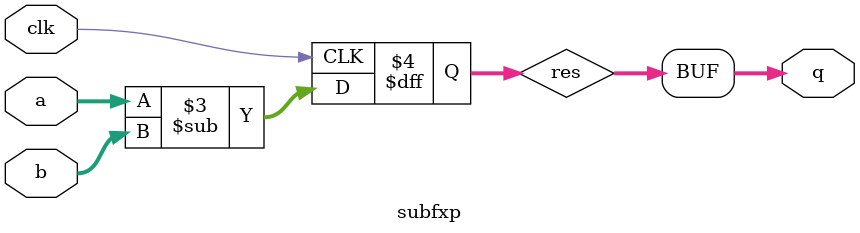
<source format=v>
/*
 * This source file contains a Verilog description of an IP core
 * automatically generated by the SPIRAL HDL Generator.
 *
 * This product includes a hardware design developed by Carnegie Mellon University.
 *
 * Copyright (c) 2005-2011 by Peter A. Milder for the SPIRAL Project,
 * Carnegie Mellon University
 *
 * For more information, see the SPIRAL project website at:
 *   http://www.spiral.net
 *
 * This design is provided for internal, non-commercial research use only
 * and is not for redistribution, with or without modifications.
 *
 * You may not use the name "Carnegie Mellon University" or derivations
 * thereof to endorse or promote products derived from this software.
 *
 * THE SOFTWARE IS PROVIDED "AS-IS" WITHOUT ANY WARRANTY OF ANY KIND, EITHER
 * EXPRESS, IMPLIED OR STATUTORY, INCLUDING BUT NOT LIMITED TO ANY WARRANTY
 * THAT THE SOFTWARE WILL CONFORM TO SPECIFICATIONS OR BE ERROR-FREE AND ANY
 * IMPLIED WARRANTIES OF MERCHANTABILITY, FITNESS FOR A PARTICULAR PURPOSE,
 * TITLE, OR NON-INFRINGEMENT.  IN NO EVENT SHALL CARNEGIE MELLON UNIVERSITY
 * BE LIABLE FOR ANY DAMAGES, INCLUDING BUT NOT LIMITED TO DIRECT, INDIRECT,
 * SPECIAL OR CONSEQUENTIAL DAMAGES, ARISING OUT OF, RESULTING FROM, OR IN
 * ANY WAY CONNECTED WITH THIS SOFTWARE (WHETHER OR NOT BASED UPON WARRANTY,
 * CONTRACT, TORT OR OTHERWISE).
 *
 DFT Size = 64
direction = forward
data type = 16 bit fixed point, unscaled
architecture = fully streaming
radix = 2
streaming width = 2
data ordering = natural input / natural output
BRAM budget = 1000
 */

//   Input/output stream: 2 complex words per cycle
//   Throughput: one transform every 32 cycles
//   Latency: 332 cycles

//   Resources required:
//     20 multipliers (16 x 16 bit)
//     34 adders (16 x 16 bit)
//     4 RAMs (16 words, 32 bits per word)
//     4 RAMs (8 words, 32 bits per word)
//     12 RAMs (64 words, 32 bits per word)
//     4 RAMs (32 words, 32 bits per word)
//     2 ROMs (32 words, 16 bits per word)
//     2 ROMs (8 words, 16 bits per word)
//     12 ROMs (32 words, 5 bits per word)
//     2 ROMs (16 words, 16 bits per word)

// Generated on Fri Jul 25 15:42:10 EDT 2014

// Latency: 332 clock cycles
// Throughput: 1 transform every 32 cycles


// We use an interleaved complex data format.  X0 represents the
// real portion of the first input, and X1 represents the imaginary
// portion.  The X variables are system inputs and the Y variables
// are system outputs.

// The design uses a system of flag signals to indicate the
// beginning of the input and output data streams.  The 'next'
// input (asserted high), is used to instruct the system that the
// input stream will begin on the following cycle.

// This system has a 'gap' of 32 cycles.  This means that
// 32 cycles must elapse between the beginning of the input
// vectors.

// The output signal 'next_out' (also asserted high) indicates
// that the output vector will begin streaming out of the system
 // on the following cycle.

// The system has a latency of 332 cycles.  This means that
// the 'next_out' will be asserted 332 cycles after the user
// asserts 'next'.

// The simple testbench below will demonstrate the timing for loading
// and unloading data vectors.
// The system reset signal is asserted high.

// Please note: when simulating floating point code, you must include
// Xilinx's DSP slice simulation module.


// module dft_testbench();
//    reg clk, reset, next;
//    wire next_out;
//    integer i, j, k, l, m;
//    reg [15:0] counter;
//    reg [15:0] in [3:0];
//    wire [15:0] X0;
//    wire [15:0] Y0;
//    wire [15:0] X1;
//    wire [15:0] Y1;
//    wire [15:0] X2;
//    wire [15:0] Y2;
//    wire [15:0] X3;
//    wire [15:0] Y3;
//    reg clrCnt;
//    assign X0 = in[0];
//    assign X1 = in[1];
//    assign X2 = in[2];
//    assign X3 = in[3];

//    initial clk = 0;

//    always #10000 clk = ~clk;


//    // Instantiate top-level module of core 'X' signals are system inputs
//    // and 'Y' signals are system outputs
//    dft_top dft_top_instance (.clk(clk), .reset(reset), .next(next), .next_out(next_out),
//     .X0(X0), .Y0(Y0),
//     .X1(X1), .Y1(Y1),
//     .X2(X2), .Y2(Y2),
//     .X3(X3), .Y3(Y3));

//    // You can use this counter to verify that the gap and latency are as expected.
//    always @(posedge clk) begin
//       if (clrCnt) counter <= 0;
//       else counter <= counter+1;
//    end


//    initial begin
//       @(posedge clk);
//       @(posedge clk);

//       // On the next cycle, begin loading input vector.
//       next <= 1;
//       clrCnt <= 1;
//       @(posedge clk);
//       clrCnt <= 0;
//       next <= 0;

//       // The 64 complex data points enter the system over 32 cycles
//       for (j=0; j < 31; j = j+1) begin
//           // Input: 2 complex words per cycle
//          for (k=0; k < 4; k = k+1) begin
//             in[k] <= j*4 + k;
//          end
//          @(posedge clk);
//       end
//       j = 31;
//       for (k=0; k < 4; k = k+1) begin
//          in[k] <= j*4 + k;
//       end


//       @(posedge clk);
//       // Wait until the next data vector can be entered
//       while (counter < 30)
//         @(posedge clk);

//       // On the next cycle, we will start the next data vector
//       next <= 1;
//       clrCnt <= 1;
//       @(posedge clk);
//       clrCnt <= 0;
//       next <= 0;

//       // Start entering next input vector
//       for (j=0; j < 31; j = j+1) begin
//          // Input 4 words per cycle
//          for (k=0; k < 4; k = k+1) begin
//             in[k] <= 128 + j*4 + k;
//           end
//           @(posedge clk);
//        end
//        j = 31;
//        for (k=0; k < 4; k = k+1) begin
//           in[k] <= 128 + j*4 + k;
//        end
//    end


//    initial begin
//       // set initial values
//       in[0] <= 0;
//       in[1] <= 0;
//       in[2] <= 0;
//       in[3] <= 0;
//       next <= 0;
//       reset <= 0;

//       @(posedge clk);
//       reset <= 1;
//       @(posedge clk);
//       reset <= 0;
//       @(posedge clk);
//       @(posedge clk);
//       // Wait until next_out goes high, then wait one clock cycle and begin receiving data
//       @(posedge next_out);
//       @(posedge clk); #1;
//       $display("--- begin output 1---");

//       for (m=0; m < 31; m=m+1) begin
//          $display("%x", Y0);
//          $display("%x", Y1);
//          $display("%x", Y2);
//          $display("%x", Y3);
//          @(posedge clk); #1;
//       end
//       $display("%x", Y0);
//       $display("%x", Y1);
//       $display("%x", Y2);
//       $display("%x", Y3);
//       // Wait until next_out goes high, then wait one clock cycle and begin receiving data
//       @(posedge next_out);
//       @(posedge clk); #1;
//       $display("--- begin output 2---");

//       for (m=0; m < 31; m=m+1) begin
//          $display("%x", Y0);
//          $display("%x", Y1);
//          $display("%x", Y2);
//          $display("%x", Y3);
//          @(posedge clk); #1;
//       end
//       $display("%x", Y0);
//       $display("%x", Y1);
//       $display("%x", Y2);
//       $display("%x", Y3);
//       $finish;
//    end
// endmodule

// Latency: 332
// Gap: 32
// module_name_is:dft_top
module dft_top(clk, reset, next, next_out,
   X0, Y0,
   X1, Y1,
   X2, Y2,
   X3, Y3);

   output next_out;
   input clk, reset, next;

   input [15:0] X0,
      X1,
      X2,
      X3;

   output [15:0] Y0,
      Y1,
      Y2,
      Y3;

   wire [15:0] t0_0;
   wire [15:0] t0_1;
   wire [15:0] t0_2;
   wire [15:0] t0_3;
   wire next_0;
   wire [15:0] t1_0;
   wire [15:0] t1_1;
   wire [15:0] t1_2;
   wire [15:0] t1_3;
   wire next_1;
   wire [15:0] t2_0;
   wire [15:0] t2_1;
   wire [15:0] t2_2;
   wire [15:0] t2_3;
   wire next_2;
   wire [15:0] t3_0;
   wire [15:0] t3_1;
   wire [15:0] t3_2;
   wire [15:0] t3_3;
   wire next_3;
   wire [15:0] t4_0;
   wire [15:0] t4_1;
   wire [15:0] t4_2;
   wire [15:0] t4_3;
   wire next_4;
   wire [15:0] t5_0;
   wire [15:0] t5_1;
   wire [15:0] t5_2;
   wire [15:0] t5_3;
   wire next_5;
   wire [15:0] t6_0;
   wire [15:0] t6_1;
   wire [15:0] t6_2;
   wire [15:0] t6_3;
   wire next_6;
   wire [15:0] t7_0;
   wire [15:0] t7_1;
   wire [15:0] t7_2;
   wire [15:0] t7_3;
   wire next_7;
   wire [15:0] t8_0;
   wire [15:0] t8_1;
   wire [15:0] t8_2;
   wire [15:0] t8_3;
   wire next_8;
   wire [15:0] t9_0;
   wire [15:0] t9_1;
   wire [15:0] t9_2;
   wire [15:0] t9_3;
   wire next_9;
   wire [15:0] t10_0;
   wire [15:0] t10_1;
   wire [15:0] t10_2;
   wire [15:0] t10_3;
   wire next_10;
   wire [15:0] t11_0;
   wire [15:0] t11_1;
   wire [15:0] t11_2;
   wire [15:0] t11_3;
   wire next_11;
   wire [15:0] t12_0;
   wire [15:0] t12_1;
   wire [15:0] t12_2;
   wire [15:0] t12_3;
   wire next_12;
   wire [15:0] t13_0;
   wire [15:0] t13_1;
   wire [15:0] t13_2;
   wire [15:0] t13_3;
   wire next_13;
   wire [15:0] t14_0;
   wire [15:0] t14_1;
   wire [15:0] t14_2;
   wire [15:0] t14_3;
   wire next_14;
   wire [15:0] t15_0;
   wire [15:0] t15_1;
   wire [15:0] t15_2;
   wire [15:0] t15_3;
   wire next_15;
   wire [15:0] t16_0;
   wire [15:0] t16_1;
   wire [15:0] t16_2;
   wire [15:0] t16_3;
   wire next_16;
   wire [15:0] t17_0;
   wire [15:0] t17_1;
   wire [15:0] t17_2;
   wire [15:0] t17_3;
   wire next_17;
   wire [15:0] t18_0;
   wire [15:0] t18_1;
   wire [15:0] t18_2;
   wire [15:0] t18_3;
   wire next_18;
   assign t0_0 = X0;
   assign Y0 = t18_0;
   assign t0_1 = X1;
   assign Y1 = t18_1;
   assign t0_2 = X2;
   assign Y2 = t18_2;
   assign t0_3 = X3;
   assign Y3 = t18_3;
   assign next_0 = next;
   assign next_out = next_18;

// latency=68, gap=32
   rc30655 stage0(.clk(clk), .reset(reset), .next(next_0), .next_out(next_1),
    .X0(t0_0), .Y0(t1_0),
    .X1(t0_1), .Y1(t1_1),
    .X2(t0_2), .Y2(t1_2),
    .X3(t0_3), .Y3(t1_3));


// latency=2, gap=32
   codeBlock30657 stage1(.clk(clk), .reset(reset), .next_in(next_1), .next_out(next_2),
       .X0_in(t1_0), .Y0(t2_0),
       .X1_in(t1_1), .Y1(t2_1),
       .X2_in(t1_2), .Y2(t2_2),
       .X3_in(t1_3), .Y3(t2_3));


// latency=8, gap=32
   rc30737 stage2(.clk(clk), .reset(reset), .next(next_2), .next_out(next_3),
    .X0(t2_0), .Y0(t3_0),
    .X1(t2_1), .Y1(t3_1),
    .X2(t2_2), .Y2(t3_2),
    .X3(t2_3), .Y3(t3_3));


// latency=8, gap=32
   DirSum_30916 stage3(.next(next_3), .clk(clk), .reset(reset), .next_out(next_4),
       .X0(t3_0), .Y0(t4_0),
       .X1(t3_1), .Y1(t4_1),
       .X2(t3_2), .Y2(t4_2),
       .X3(t3_3), .Y3(t4_3));


// latency=2, gap=32
   codeBlock30919 stage4(.clk(clk), .reset(reset), .next_in(next_4), .next_out(next_5),
       .X0_in(t4_0), .Y0(t5_0),
       .X1_in(t4_1), .Y1(t5_1),
       .X2_in(t4_2), .Y2(t5_2),
       .X3_in(t4_3), .Y3(t5_3));


// latency=12, gap=32
   rc30999 stage5(.clk(clk), .reset(reset), .next(next_5), .next_out(next_6),
    .X0(t5_0), .Y0(t6_0),
    .X1(t5_1), .Y1(t6_1),
    .X2(t5_2), .Y2(t6_2),
    .X3(t5_3), .Y3(t6_3));


// latency=8, gap=32
   DirSum_31186 stage6(.next(next_6), .clk(clk), .reset(reset), .next_out(next_7),
       .X0(t6_0), .Y0(t7_0),
       .X1(t6_1), .Y1(t7_1),
       .X2(t6_2), .Y2(t7_2),
       .X3(t6_3), .Y3(t7_3));


// latency=2, gap=32
   codeBlock31189 stage7(.clk(clk), .reset(reset), .next_in(next_7), .next_out(next_8),
       .X0_in(t7_0), .Y0(t8_0),
       .X1_in(t7_1), .Y1(t8_1),
       .X2_in(t7_2), .Y2(t8_2),
       .X3_in(t7_3), .Y3(t8_3));


// latency=20, gap=32
   rc31269 stage8(.clk(clk), .reset(reset), .next(next_8), .next_out(next_9),
    .X0(t8_0), .Y0(t9_0),
    .X1(t8_1), .Y1(t9_1),
    .X2(t8_2), .Y2(t9_2),
    .X3(t8_3), .Y3(t9_3));


// latency=8, gap=32
   DirSum_31472 stage9(.next(next_9), .clk(clk), .reset(reset), .next_out(next_10),
       .X0(t9_0), .Y0(t10_0),
       .X1(t9_1), .Y1(t10_1),
       .X2(t9_2), .Y2(t10_2),
       .X3(t9_3), .Y3(t10_3));


// latency=2, gap=32
   codeBlock31475 stage10(.clk(clk), .reset(reset), .next_in(next_10), .next_out(next_11),
       .X0_in(t10_0), .Y0(t11_0),
       .X1_in(t10_1), .Y1(t11_1),
       .X2_in(t10_2), .Y2(t11_2),
       .X3_in(t10_3), .Y3(t11_3));


// latency=36, gap=32
   rc31555 stage11(.clk(clk), .reset(reset), .next(next_11), .next_out(next_12),
    .X0(t11_0), .Y0(t12_0),
    .X1(t11_1), .Y1(t12_1),
    .X2(t11_2), .Y2(t12_2),
    .X3(t11_3), .Y3(t12_3));


// latency=8, gap=32
   DirSum_31790 stage12(.next(next_12), .clk(clk), .reset(reset), .next_out(next_13),
       .X0(t12_0), .Y0(t13_0),
       .X1(t12_1), .Y1(t13_1),
       .X2(t12_2), .Y2(t13_2),
       .X3(t12_3), .Y3(t13_3));


// latency=2, gap=32
   codeBlock31793 stage13(.clk(clk), .reset(reset), .next_in(next_13), .next_out(next_14),
       .X0_in(t13_0), .Y0(t14_0),
       .X1_in(t13_1), .Y1(t14_1),
       .X2_in(t13_2), .Y2(t14_2),
       .X3_in(t13_3), .Y3(t14_3));


// latency=68, gap=32
   rc31873 stage14(.clk(clk), .reset(reset), .next(next_14), .next_out(next_15),
    .X0(t14_0), .Y0(t15_0),
    .X1(t14_1), .Y1(t15_1),
    .X2(t14_2), .Y2(t15_2),
    .X3(t14_3), .Y3(t15_3));


// latency=8, gap=32
   DirSum_32171 stage15(.next(next_15), .clk(clk), .reset(reset), .next_out(next_16),
       .X0(t15_0), .Y0(t16_0),
       .X1(t15_1), .Y1(t16_1),
       .X2(t15_2), .Y2(t16_2),
       .X3(t15_3), .Y3(t16_3));


// latency=2, gap=32
   codeBlock32174 stage16(.clk(clk), .reset(reset), .next_in(next_16), .next_out(next_17),
       .X0_in(t16_0), .Y0(t17_0),
       .X1_in(t16_1), .Y1(t17_1),
       .X2_in(t16_2), .Y2(t17_2),
       .X3_in(t16_3), .Y3(t17_3));


// latency=68, gap=32
   rc32254 stage17(.clk(clk), .reset(reset), .next(next_17), .next_out(next_18),
    .X0(t17_0), .Y0(t18_0),
    .X1(t17_1), .Y1(t18_1),
    .X2(t17_2), .Y2(t18_2),
    .X3(t17_3), .Y3(t18_3));


endmodule

// Latency: 68
// Gap: 32
module rc30655(clk, reset, next, next_out,
   X0, Y0,
   X1, Y1,
   X2, Y2,
   X3, Y3);

   output next_out;
   input clk, reset, next;

   input [15:0] X0,
      X1,
      X2,
      X3;

   output [15:0] Y0,
      Y1,
      Y2,
      Y3;

   wire [31:0] t0;
   wire [31:0] s0;
   assign t0 = {X0, X1};
   wire [31:0] t1;
   wire [31:0] s1;
   assign t1 = {X2, X3};
   assign Y0 = s0[31:16];
   assign Y1 = s0[15:0];
   assign Y2 = s1[31:16];
   assign Y3 = s1[15:0];

   perm30653 instPerm33199(.x0(t0), .y0(s0),
    .x1(t1), .y1(s1),
   .clk(clk), .next(next), .next_out(next_out), .reset(reset)
);



endmodule

module swNet30653(itr, clk, ct
,       x0, y0
,       x1, y1
);

    parameter width = 32;

    input [4:0] ct;
    input clk;
    input [0:0] itr;
    input [width-1:0] x0;
    output [width-1:0] y0;
    reg  [width-1:0] y0;
    input [width-1:0] x1;
    output [width-1:0] y1;
    reg  [width-1:0] y1;
    wire [width-1:0] t0_0, t0_1;
    reg [width-1:0] t1_0, t1_1;

    reg [0:0] control;

    always @(posedge clk) begin
      case(ct)
        5'd0: control <= 1'b1;
        5'd1: control <= 1'b1;
        5'd2: control <= 1'b1;
        5'd3: control <= 1'b1;
        5'd4: control <= 1'b1;
        5'd5: control <= 1'b1;
        5'd6: control <= 1'b1;
        5'd7: control <= 1'b1;
        5'd8: control <= 1'b1;
        5'd9: control <= 1'b1;
        5'd10: control <= 1'b1;
        5'd11: control <= 1'b1;
        5'd12: control <= 1'b1;
        5'd13: control <= 1'b1;
        5'd14: control <= 1'b1;
        5'd15: control <= 1'b1;
        5'd16: control <= 1'b0;
        5'd17: control <= 1'b0;
        5'd18: control <= 1'b0;
        5'd19: control <= 1'b0;
        5'd20: control <= 1'b0;
        5'd21: control <= 1'b0;
        5'd22: control <= 1'b0;
        5'd23: control <= 1'b0;
        5'd24: control <= 1'b0;
        5'd25: control <= 1'b0;
        5'd26: control <= 1'b0;
        5'd27: control <= 1'b0;
        5'd28: control <= 1'b0;
        5'd29: control <= 1'b0;
        5'd30: control <= 1'b0;
        5'd31: control <= 1'b0;
      endcase
   end

// synthesis attribute rom_style of control is "distributed"
   reg [0:0] control0;
    always @(posedge clk) begin
       control0 <= control;
    end
    assign t0_0 = x0;
    assign t0_1 = x1;
   always @(posedge clk) begin
         t1_0 <= (control0[0] == 0) ? t0_0 : t0_1;
         t1_1 <= (control0[0] == 0) ? t0_1 : t0_0;
   end
    always @(posedge clk) begin
        y0 <= t1_0;
        y1 <= t1_1;
    end
endmodule

// Latency: 68
// Gap: 32
module perm30653(clk, next, reset, next_out,
   x0, y0,
   x1, y1);
   parameter width = 32;

   parameter depth = 32;
   parameter depthX2 = 64;

   parameter addrbits = 5;
   parameter addrbitsplusone = 6;

   parameter muxbits = 1;

   input [width-1:0]  x0;
   output [width-1:0]  y0;
   wire [width-1:0]  t0;
   wire [width-1:0]  s0;
   input [width-1:0]  x1;
   output [width-1:0]  y1;
   wire [width-1:0]  t1;
   wire [width-1:0]  s1;
   input next, reset, clk;
   output next_out;
   reg [addrbits-1:0] s1rdloc, s2rdloc;

    reg [addrbits-1:0] s1wr0;
   reg [addrbits-1:0] s1rd0, s2wr0, s2rd0;
   reg [addrbits-1:0] s1rd1, s2wr1, s2rd1;
   reg s1wr_en, state1, state2, state3;
   wire 	      next2, next3, next4;
   reg 		      inFlip0, outFlip0_z, outFlip1;
   wire 	      inFlip1, outFlip0;

   wire [0:0] tm0;
   assign tm0 = 0;

shiftRegFIFO shiftFIFO_33204(.X(outFlip0), .Y(inFlip1), .clk(clk));
defparam shiftFIFO_33204.depth = 3;
defparam shiftFIFO_33204.width = 1;

shiftRegFIFO shiftFIFO_33205(.X(outFlip0_z), .Y(outFlip0), .clk(clk));
defparam shiftFIFO_33205.depth = 1;
defparam shiftFIFO_33205.width = 1;

//   shiftRegFIFO inFlip1Reg(outFlip0, inFlip1,
// defparam shiftRegFIFO.depth = 2;
// wi  shiftRegFIFO.dth =  1;

//   shiftRegFIFO outFlip0Reg(outFlip0_z, outFlip0,
// defparam shiftRegFIFO.depth = 1;
// wi  shiftRegFIFO.dth =  1;


   memMod_dist s1mem0(x0, t0, {inFlip0, s1wr0}, {outFlip0, s1rd0}, s1wr_en, clk);
   defparam s1mem0.depth = 46;
   defparam s1mem0.width = 32;
   defparam s1mem0.logDepth = 6;

   memMod_dist s1mem1(x1, t1, {inFlip0, s1wr0}, {outFlip0, s1rd1}, s1wr_en, clk);
   defparam s1mem1.depth = 46;
   defparam s1mem1.width = 32;
   defparam s1mem1.logDepth = 6;


nextReg nextReg_33216(.X(next), .Y(next2), .reset(reset), .clk(clk));
defparam nextReg_33216.depth = 31;
defparam nextReg_33216.logDepth = 5;

shiftRegFIFO shiftFIFO_33217(.X(next2), .Y(next3), .clk(clk));
defparam shiftFIFO_33217.depth = 4;
defparam shiftFIFO_33217.width = 1;

nextReg nextReg_33220(.X(next3), .Y(next4), .reset(reset), .clk(clk));
defparam nextReg_33220.depth = 32;
defparam nextReg_33220.logDepth = 5;

shiftRegFIFO shiftFIFO_33221(.X(next4), .Y(next_out), .clk(clk));
defparam shiftFIFO_33221.depth = 1;
defparam shiftFIFO_33221.width = 1;

shiftRegFIFO shiftFIFO_33224(.X(tm0), .Y(tm0_d), .clk(clk));
defparam shiftFIFO_33224.depth = 31;
defparam shiftFIFO_33224.width = 1;

shiftRegFIFO shiftFIFO_33227(.X(tm0_d), .Y(tm0_dd), .clk(clk));
defparam shiftFIFO_33227.depth = 3;
defparam shiftFIFO_33227.width = 1;

// //   shiftRegFIFO1) n1(next, next2,
// defparam shiftRegFIFO1.depth = dept;
// wi  shiftRegFIFO1.dth =  1;,

// //   shiftRegFIFO       n2(next2, next3,
// defparam shiftRegFIFO.depth = 3;
// wi  shiftRegFIFO.dth =  1;

// //   shiftRegFIFO   n3(next3, next4,
// defparam shiftRegFIFO.depth = depth;
// wi  shiftRegFIFO.dth =  1;

// //   shiftRegFIFO       n4(next4, next_out,
// defparam shiftRegFIFO.depth = 1;
// wi  shiftRegFIFO.dth =  1;


   wire [addrbits-1:0] 	      muxCycle, writeCycle;
assign muxCycle = s1rdloc;
shiftRegFIFO shiftFIFO_33232(.X(muxCycle), .Y(writeCycle), .clk(clk));
defparam shiftFIFO_33232.depth = 3;
defparam shiftFIFO_33232.width = 5;


   wire 		      readInt, s2wr_en;
   assign 		      readInt = (state2 == 1);

   shiftRegFIFO writeIntReg(readInt, s2wr_en, clk);
   defparam writeIntReg.depth = 4;
   defparam writeIntReg.width = 1;


   memMod_dist s2mem0(s0, y0, {inFlip1, s2wr0}, {outFlip1, s2rdloc}, s2wr_en, clk);
   defparam s2mem0.depth = 46;
   defparam s2mem0.width = 32;
   defparam s2mem0.logDepth = 6;

   memMod_dist s2mem1(s1, y1, {inFlip1, s2wr1}, {outFlip1, s2rdloc}, s2wr_en, clk);
   defparam s2mem1.depth = 46;
   defparam s2mem1.width = 32;
   defparam s2mem1.logDepth = 6;

   always @(posedge clk) begin
      if (reset == 1) begin
	 state1 <= 0;
	 inFlip0 <= 0;
      end
      else if (next == 1) begin
	 s1wr0 <= 0;
	 state1 <= 1;
	 s1wr_en <= 1;
	 inFlip0 <= (s1wr0 == depth-1) ? ~inFlip0 : inFlip0;
      end
      else begin
	 case(state1)
	   0: begin
	      s1wr0 <= 0;
	      state1 <= 0;
	      s1wr_en <= 0;
	      inFlip0 <= inFlip0;
	   end
	   1: begin
	      s1wr0 <= (s1wr0 == depth-1) ? 0 : s1wr0 + 1;
	      state1 <= 1;
         s1wr_en <= 1;
	      inFlip0 <= (s1wr0 == depth-1) ? ~inFlip0 : inFlip0;
	   end
	 endcase
      end
   end

   always @(posedge clk) begin
      if (reset == 1) begin
	       state2 <= 0;
	       outFlip0_z <= 0;
      end
      else if (next2 == 1) begin
	       s1rdloc <= 0;
	       state2 <= 1;
	       outFlip0_z <= (s1rdloc == depth-1) ? ~outFlip0_z : outFlip0_z;
      end
      else begin
	 case(state2)
	   0: begin
	      s1rdloc <= 0;
	      state2 <= 0;
	      outFlip0_z <= outFlip0_z;
	   end
	   1: begin
	      s1rdloc <= (s1rdloc == depth-1) ? 0 : s1rdloc + 1;
         state2 <= 1;
	      outFlip0_z <= (s1rdloc == depth-1) ? ~outFlip0_z : outFlip0_z;
	   end
	 endcase
      end
   end

   always @(posedge clk) begin
      if (reset == 1) begin
	 state3 <= 0;
	 outFlip1 <= 0;
      end
      else if (next4 == 1) begin
	 s2rdloc <= 0;
	 state3 <= 1;
	 outFlip1 <= (s2rdloc == depth-1) ? ~outFlip1 : outFlip1;
      end
      else begin
	 case(state3)
	   0: begin
	      s2rdloc <= 0;
	      state3 <= 0;
	      outFlip1 <= outFlip1;
	   end
	   1: begin
	      s2rdloc <= (s2rdloc == depth-1) ? 0 : s2rdloc + 1;
         state3 <= 1;
	      outFlip1 <= (s2rdloc == depth-1) ? ~outFlip1 : outFlip1;
	   end
	 endcase
      end
   end
   always @(posedge clk) begin
      case({tm0_d, s1rdloc})
	     {1'd0,  5'd0}: s1rd0 <= 16;
	     {1'd0,  5'd1}: s1rd0 <= 24;
	     {1'd0,  5'd2}: s1rd0 <= 20;
	     {1'd0,  5'd3}: s1rd0 <= 28;
	     {1'd0,  5'd4}: s1rd0 <= 18;
	     {1'd0,  5'd5}: s1rd0 <= 26;
	     {1'd0,  5'd6}: s1rd0 <= 22;
	     {1'd0,  5'd7}: s1rd0 <= 30;
	     {1'd0,  5'd8}: s1rd0 <= 17;
	     {1'd0,  5'd9}: s1rd0 <= 25;
	     {1'd0,  5'd10}: s1rd0 <= 21;
	     {1'd0,  5'd11}: s1rd0 <= 29;
	     {1'd0,  5'd12}: s1rd0 <= 19;
	     {1'd0,  5'd13}: s1rd0 <= 27;
	     {1'd0,  5'd14}: s1rd0 <= 23;
	     {1'd0,  5'd15}: s1rd0 <= 31;
	     {1'd0,  5'd16}: s1rd0 <= 0;
	     {1'd0,  5'd17}: s1rd0 <= 8;
	     {1'd0,  5'd18}: s1rd0 <= 4;
	     {1'd0,  5'd19}: s1rd0 <= 12;
	     {1'd0,  5'd20}: s1rd0 <= 2;
	     {1'd0,  5'd21}: s1rd0 <= 10;
	     {1'd0,  5'd22}: s1rd0 <= 6;
	     {1'd0,  5'd23}: s1rd0 <= 14;
	     {1'd0,  5'd24}: s1rd0 <= 1;
	     {1'd0,  5'd25}: s1rd0 <= 9;
	     {1'd0,  5'd26}: s1rd0 <= 5;
	     {1'd0,  5'd27}: s1rd0 <= 13;
	     {1'd0,  5'd28}: s1rd0 <= 3;
	     {1'd0,  5'd29}: s1rd0 <= 11;
	     {1'd0,  5'd30}: s1rd0 <= 7;
	     {1'd0,  5'd31}: s1rd0 <= 15;
      endcase
   end

// synthesis attribute rom_style of s1rd0 is "block"
   always @(posedge clk) begin
      case({tm0_d, s1rdloc})
	     {1'd0,  5'd0}: s1rd1 <= 0;
	     {1'd0,  5'd1}: s1rd1 <= 8;
	     {1'd0,  5'd2}: s1rd1 <= 4;
	     {1'd0,  5'd3}: s1rd1 <= 12;
	     {1'd0,  5'd4}: s1rd1 <= 2;
	     {1'd0,  5'd5}: s1rd1 <= 10;
	     {1'd0,  5'd6}: s1rd1 <= 6;
	     {1'd0,  5'd7}: s1rd1 <= 14;
	     {1'd0,  5'd8}: s1rd1 <= 1;
	     {1'd0,  5'd9}: s1rd1 <= 9;
	     {1'd0,  5'd10}: s1rd1 <= 5;
	     {1'd0,  5'd11}: s1rd1 <= 13;
	     {1'd0,  5'd12}: s1rd1 <= 3;
	     {1'd0,  5'd13}: s1rd1 <= 11;
	     {1'd0,  5'd14}: s1rd1 <= 7;
	     {1'd0,  5'd15}: s1rd1 <= 15;
	     {1'd0,  5'd16}: s1rd1 <= 16;
	     {1'd0,  5'd17}: s1rd1 <= 24;
	     {1'd0,  5'd18}: s1rd1 <= 20;
	     {1'd0,  5'd19}: s1rd1 <= 28;
	     {1'd0,  5'd20}: s1rd1 <= 18;
	     {1'd0,  5'd21}: s1rd1 <= 26;
	     {1'd0,  5'd22}: s1rd1 <= 22;
	     {1'd0,  5'd23}: s1rd1 <= 30;
	     {1'd0,  5'd24}: s1rd1 <= 17;
	     {1'd0,  5'd25}: s1rd1 <= 25;
	     {1'd0,  5'd26}: s1rd1 <= 21;
	     {1'd0,  5'd27}: s1rd1 <= 29;
	     {1'd0,  5'd28}: s1rd1 <= 19;
	     {1'd0,  5'd29}: s1rd1 <= 27;
	     {1'd0,  5'd30}: s1rd1 <= 23;
	     {1'd0,  5'd31}: s1rd1 <= 31;
      endcase
   end

// synthesis attribute rom_style of s1rd1 is "block"
    swNet30653 sw(tm0_d, clk, muxCycle, t0, s0, t1, s1);

   always @(posedge clk) begin
      case({tm0_dd, writeCycle})
	      {1'd0, 5'd0}: s2wr0 <= 16;
	      {1'd0, 5'd1}: s2wr0 <= 17;
	      {1'd0, 5'd2}: s2wr0 <= 18;
	      {1'd0, 5'd3}: s2wr0 <= 19;
	      {1'd0, 5'd4}: s2wr0 <= 20;
	      {1'd0, 5'd5}: s2wr0 <= 21;
	      {1'd0, 5'd6}: s2wr0 <= 22;
	      {1'd0, 5'd7}: s2wr0 <= 23;
	      {1'd0, 5'd8}: s2wr0 <= 24;
	      {1'd0, 5'd9}: s2wr0 <= 25;
	      {1'd0, 5'd10}: s2wr0 <= 26;
	      {1'd0, 5'd11}: s2wr0 <= 27;
	      {1'd0, 5'd12}: s2wr0 <= 28;
	      {1'd0, 5'd13}: s2wr0 <= 29;
	      {1'd0, 5'd14}: s2wr0 <= 30;
	      {1'd0, 5'd15}: s2wr0 <= 31;
	      {1'd0, 5'd16}: s2wr0 <= 0;
	      {1'd0, 5'd17}: s2wr0 <= 1;
	      {1'd0, 5'd18}: s2wr0 <= 2;
	      {1'd0, 5'd19}: s2wr0 <= 3;
	      {1'd0, 5'd20}: s2wr0 <= 4;
	      {1'd0, 5'd21}: s2wr0 <= 5;
	      {1'd0, 5'd22}: s2wr0 <= 6;
	      {1'd0, 5'd23}: s2wr0 <= 7;
	      {1'd0, 5'd24}: s2wr0 <= 8;
	      {1'd0, 5'd25}: s2wr0 <= 9;
	      {1'd0, 5'd26}: s2wr0 <= 10;
	      {1'd0, 5'd27}: s2wr0 <= 11;
	      {1'd0, 5'd28}: s2wr0 <= 12;
	      {1'd0, 5'd29}: s2wr0 <= 13;
	      {1'd0, 5'd30}: s2wr0 <= 14;
	      {1'd0, 5'd31}: s2wr0 <= 15;
      endcase // case(writeCycle)
   end // always @ (posedge clk)

// synthesis attribute rom_style of s2wr0 is "block"
   always @(posedge clk) begin
      case({tm0_dd, writeCycle})
	      {1'd0, 5'd0}: s2wr1 <= 0;
	      {1'd0, 5'd1}: s2wr1 <= 1;
	      {1'd0, 5'd2}: s2wr1 <= 2;
	      {1'd0, 5'd3}: s2wr1 <= 3;
	      {1'd0, 5'd4}: s2wr1 <= 4;
	      {1'd0, 5'd5}: s2wr1 <= 5;
	      {1'd0, 5'd6}: s2wr1 <= 6;
	      {1'd0, 5'd7}: s2wr1 <= 7;
	      {1'd0, 5'd8}: s2wr1 <= 8;
	      {1'd0, 5'd9}: s2wr1 <= 9;
	      {1'd0, 5'd10}: s2wr1 <= 10;
	      {1'd0, 5'd11}: s2wr1 <= 11;
	      {1'd0, 5'd12}: s2wr1 <= 12;
	      {1'd0, 5'd13}: s2wr1 <= 13;
	      {1'd0, 5'd14}: s2wr1 <= 14;
	      {1'd0, 5'd15}: s2wr1 <= 15;
	      {1'd0, 5'd16}: s2wr1 <= 16;
	      {1'd0, 5'd17}: s2wr1 <= 17;
	      {1'd0, 5'd18}: s2wr1 <= 18;
	      {1'd0, 5'd19}: s2wr1 <= 19;
	      {1'd0, 5'd20}: s2wr1 <= 20;
	      {1'd0, 5'd21}: s2wr1 <= 21;
	      {1'd0, 5'd22}: s2wr1 <= 22;
	      {1'd0, 5'd23}: s2wr1 <= 23;
	      {1'd0, 5'd24}: s2wr1 <= 24;
	      {1'd0, 5'd25}: s2wr1 <= 25;
	      {1'd0, 5'd26}: s2wr1 <= 26;
	      {1'd0, 5'd27}: s2wr1 <= 27;
	      {1'd0, 5'd28}: s2wr1 <= 28;
	      {1'd0, 5'd29}: s2wr1 <= 29;
	      {1'd0, 5'd30}: s2wr1 <= 30;
	      {1'd0, 5'd31}: s2wr1 <= 31;
      endcase // case(writeCycle)
   end // always @ (posedge clk)

// synthesis attribute rom_style of s2wr1 is "block"
endmodule




/*module memMod(in, out, inAddr, outAddr, writeSel, clk);

   parameter depth=1024, width=16, logDepth=10;

   input [width-1:0]    in;
   input [logDepth-1:0] inAddr, outAddr;
   input 	        writeSel, clk;
   output [width-1:0] 	out;
   reg [width-1:0] 	out;

   // synthesis attribute ram_style of mem is block

   reg [width-1:0] 	mem[depth-1:0];

   always @(posedge clk) begin
      out <= mem[outAddr];

      if (writeSel)
        mem[inAddr] <= in;
   end
endmodule */



module memMod_dist(in, out, inAddr, outAddr, writeSel, clk);

   parameter depth=1024;
   parameter width=16;
   parameter logDepth=10;

   input [width-1:0]    in;
   input [logDepth-1:0] inAddr, outAddr;
   input 	        writeSel, clk;
   output [width-1:0] 	out;
   reg [width-1:0] 	out;

   // synthesis attribute ram_style of mem is distributed

   reg [width-1:0] 	mem[depth-1:0];

   always @(posedge clk) begin
      out <= mem[outAddr];

      if (writeSel)
        mem[inAddr] <= in;
   end
endmodule

module shiftRegFIFO(X, Y, clk);
   parameter depth=1;
   parameter width=1;

   output [width-1:0] Y;
   input  [width-1:0] X;
   input              clk;

   reg [width-1:0]    mem [depth-1:0];
   integer            index;

   assign Y = mem[depth-1];

   always @ (posedge clk) begin
      for(index=1;index<depth;index=index+1) begin
         mem[index] <= mem[index-1];
      end
      mem[0]<=X;
   end
endmodule

module nextReg(X, Y, reset, clk);
   parameter depth=2;
   parameter logDepth=1;

   output Y;
   input X;
   input              clk, reset;
   reg [logDepth:0] count;
   reg                active;

   assign Y = (count == depth) ? 1 : 0;

   always @ (posedge clk) begin
      if (reset == 1) begin
         count <= 0;
         active <= 0;
      end
      else if (X == 1) begin
         active <= 1;
         count <= 1;
      end
      else if (count == depth) begin
         count <= 0;
         active <= 0;
      end
      else if (active)
         count <= count+1;
   end
endmodule

// Latency: 2
// Gap: 1
module codeBlock30657(clk, reset, next_in, next_out,
   X0_in, Y0,
   X1_in, Y1,
   X2_in, Y2,
   X3_in, Y3);

   output next_out;
   input clk, reset, next_in;

   reg next;

   input [15:0] X0_in,
      X1_in,
      X2_in,
      X3_in;

   reg   [15:0] X0,
      X1,
      X2,
      X3;

   output [15:0] Y0,
      Y1,
      Y2,
      Y3;

   shiftRegFIFO shiftFIFO_33239(.X(next), .Y(next_out), .clk(clk));
   defparam shiftFIFO_33239.depth = 1;
   defparam shiftFIFO_33239.width = 1;



   wire [15:0] a309; // signed
   wire [15:0] a310; // signed
   wire [15:0] a311; // signed
   wire [15:0] a312; // signed
   wire [15:0] t141; // signed
   wire [15:0] t142; // signed
   wire [15:0] t143; // signed
   wire [15:0] t144; // signed
   wire [15:0] Y0; // signed
   wire [15:0] Y1; // signed
   wire [15:0] Y2; // signed
   wire [15:0] Y3; // signed


   assign a309 = X0;
   assign a310 = X2;
   assign a311 = X1;
   assign a312 = X3;
   assign Y0 = t141;
   assign Y1 = t142;
   assign Y2 = t143;
   assign Y3 = t144;

    addfxp add30669(.a(a309), .b(a310), .clk(clk), .q(t141));    // 0
    defparam add30669.width = 16;

    addfxp add30684(.a(a311), .b(a312), .clk(clk), .q(t142));    // 0
    defparam add30684.width = 16;

    subfxp sub30698(.a(a309), .b(a310), .clk(clk), .q(t143));    // 0
    defparam sub30698.width = 16;

    subfxp sub30712(.a(a311), .b(a312), .clk(clk), .q(t144));    // 0
    defparam sub30712.width = 16;



   always @(posedge clk) begin
      if (reset != 1) begin
         X0 <= X0_in;
         X1 <= X1_in;
         X2 <= X2_in;
         X3 <= X3_in;
         next <= next_in;
      end
   end
endmodule

// Latency: 8
// Gap: 2
module rc30737(clk, reset, next, next_out,
   X0, Y0,
   X1, Y1,
   X2, Y2,
   X3, Y3);

   output next_out;
   input clk, reset, next;

   input [15:0] X0,
      X1,
      X2,
      X3;

   output [15:0] Y0,
      Y1,
      Y2,
      Y3;

   wire [31:0] t0;
   wire [31:0] s0;
   assign t0 = {X0, X1};
   wire [31:0] t1;
   wire [31:0] s1;
   assign t1 = {X2, X3};
   assign Y0 = s0[31:16];
   assign Y1 = s0[15:0];
   assign Y2 = s1[31:16];
   assign Y3 = s1[15:0];

   perm30735 instPerm33240(.x0(t0), .y0(s0),
    .x1(t1), .y1(s1),
   .clk(clk), .next(next), .next_out(next_out), .reset(reset)
);



endmodule

module swNet30735(itr, clk, ct
,       x0, y0
,       x1, y1
);

    parameter width = 32;

    input [0:0] ct;
    input clk;
    input [0:0] itr;
    input [width-1:0] x0;
    output [width-1:0] y0;
    reg  [width-1:0] y0;
    input [width-1:0] x1;
    output [width-1:0] y1;
    reg  [width-1:0] y1;
    wire [width-1:0] t0_0, t0_1;
    reg [width-1:0] t1_0, t1_1;

    reg [0:0] control;

    always @(posedge clk) begin
      case(ct)
        1'd0: control <= 1'b1;
        1'd1: control <= 1'b0;
      endcase
   end

// synthesis attribute rom_style of control is "distributed"
   reg [0:0] control0;
    always @(posedge clk) begin
       control0 <= control;
    end
    assign t0_0 = x0;
    assign t0_1 = x1;
   always @(posedge clk) begin
         t1_0 <= (control0[0] == 0) ? t0_0 : t0_1;
         t1_1 <= (control0[0] == 0) ? t0_1 : t0_0;
   end
    always @(posedge clk) begin
        y0 <= t1_0;
        y1 <= t1_1;
    end
endmodule

// Latency: 8
// Gap: 2
module perm30735(clk, next, reset, next_out,
   x0, y0,
   x1, y1);
   parameter width = 32;

   parameter depth = 2;
   parameter depthX2 = 64;

   parameter addrbits = 1;
   parameter addrbitsplusone = 6;

   parameter muxbits = 1;

   input [width-1:0]  x0;
   output [width-1:0]  y0;
   wire [width-1:0]  t0;
   wire [width-1:0]  s0;
   input [width-1:0]  x1;
   output [width-1:0]  y1;
   wire [width-1:0]  t1;
   wire [width-1:0]  s1;
   input next, reset, clk;
   output next_out;
   reg [addrbits-1:0] s1rdloc, s2rdloc;

    reg [addrbits-1:0] s1wr0;
   reg [addrbits-1:0] s1rd0, s2wr0, s2rd0;
   reg [addrbits-1:0] s1rd1, s2wr1, s2rd1;
   reg s1wr_en, state1, state2, state3;
   wire 	      next2, next3, next4;
   reg 		      inFlip0, outFlip0_z, outFlip1;
   wire 	      inFlip1, outFlip0;

   wire [0:0] tm1;
   assign tm1 = 0;

shiftRegFIFO shiftFIFO_33245(.X(outFlip0), .Y(inFlip1), .clk(clk));
defparam shiftFIFO_33245.depth = 3;
defparam shiftFIFO_33245.width = 1;

shiftRegFIFO shiftFIFO_33246(.X(outFlip0_z), .Y(outFlip0), .clk(clk));
defparam shiftFIFO_33246.depth = 1;
defparam shiftFIFO_33246.width = 1;

// //   shiftRegFIFO inFlip1Reg(outFlip0, inFlip1,
// defparam shiftRegFIFO.depth = 2;
// wi  shiftRegFIFO.dth =  1;

// //   shiftRegFIFO outFlip0Reg(outFlip0_z, outFlip0,
// defparam shiftRegFIFO.depth = 1;
// wi  shiftRegFIFO.dth =  1;


   memMod_dist s1mem0(x0, t0, {inFlip0, s1wr0}, {outFlip0, s1rd0}, s1wr_en, clk);
   defparam s1mem0.depth = 8;
   defparam s1mem0.width = 32;
   defparam s1mem0.logDepth = 6;

   memMod_dist s1mem1(x1, t1, {inFlip0, s1wr0}, {outFlip0, s1rd1}, s1wr_en, clk);
   defparam s1mem1.depth = 8;
   defparam s1mem1.width = 32;
   defparam s1mem1.logDepth = 6;


shiftRegFIFO shiftFIFO_33255(.X(next), .Y(next2), .clk(clk));
defparam shiftFIFO_33255.depth = 1;
defparam shiftFIFO_33255.width = 1;

shiftRegFIFO shiftFIFO_33256(.X(next2), .Y(next3), .clk(clk));
defparam shiftFIFO_33256.depth = 4;
defparam shiftFIFO_33256.width = 1;

shiftRegFIFO shiftFIFO_33257(.X(next3), .Y(next4), .clk(clk));
defparam shiftFIFO_33257.depth = 2;
defparam shiftFIFO_33257.width = 1;

shiftRegFIFO shiftFIFO_33258(.X(next4), .Y(next_out), .clk(clk));
defparam shiftFIFO_33258.depth = 1;
defparam shiftFIFO_33258.width = 1;

shiftRegFIFO shiftFIFO_33261(.X(tm1), .Y(tm1_d), .clk(clk));
defparam shiftFIFO_33261.depth = 1;
defparam shiftFIFO_33261.width = 1;

shiftRegFIFO shiftFIFO_33264(.X(tm1_d), .Y(tm1_dd), .clk(clk));
defparam shiftFIFO_33264.depth = 3;
defparam shiftFIFO_33264.width = 1;

// //   shiftRegFIFO1) n1(next, next2,
// defparam shiftRegFIFO1.depth = dept;
// wi  shiftRegFIFO1.dth =  1;,

// //   shiftRegFIFO       n2(next2, next3,
// defparam shiftRegFIFO.depth = 3;
// wi  shiftRegFIFO.dth =  1;

// //   shiftRegFIFO   n3(next3, next4,
// defparam shiftRegFIFO.depth = depth;
// wi  shiftRegFIFO.dth =  1;

// //   shiftRegFIFO       n4(next4, next_out,
// defparam shiftRegFIFO.depth = 1;
// wi  shiftRegFIFO.dth =  1;


   wire [addrbits-1:0] 	      muxCycle, writeCycle;
assign muxCycle = s1rdloc;
shiftRegFIFO shiftFIFO_33269(.X(muxCycle), .Y(writeCycle), .clk(clk));
defparam shiftFIFO_33269.depth = 3;
defparam shiftFIFO_33269.width = 1;


   wire 		      readInt, s2wr_en;
   assign 		      readInt = (state2 == 1);

   shiftRegFIFO writeIntReg(readInt, s2wr_en, clk);
   defparam writeIntReg.depth = 4;
   defparam writeIntReg.width = 1;


   memMod_dist s2mem0(s0, y0, {inFlip1, s2wr0}, {outFlip1, s2rdloc}, s2wr_en, clk);
   defparam s2mem0.depth = 8;
   defparam s2mem0.width = 32;
   defparam s2mem0.logDepth = 6;

   memMod_dist s2mem1(s1, y1, {inFlip1, s2wr1}, {outFlip1, s2rdloc}, s2wr_en, clk);
   defparam s2mem1.depth = 8;
   defparam s2mem1.width = 32;
   defparam s2mem1.logDepth = 6;

   always @(posedge clk) begin
      if (reset == 1) begin
	 state1 <= 0;
	 inFlip0 <= 0;
      end
      else if (next == 1) begin
	 s1wr0 <= 0;
	 state1 <= 1;
	 s1wr_en <= 1;
	 inFlip0 <= (s1wr0 == depth-1) ? ~inFlip0 : inFlip0;
      end
      else begin
	 case(state1)
	   0: begin
	      s1wr0 <= 0;
	      state1 <= 0;
	      s1wr_en <= 0;
	      inFlip0 <= inFlip0;
	   end
	   1: begin
	      s1wr0 <= (s1wr0 == depth-1) ? 0 : s1wr0 + 1;
	      state1 <= 1;
         s1wr_en <= 1;
	      inFlip0 <= (s1wr0 == depth-1) ? ~inFlip0 : inFlip0;
	   end
	 endcase
      end
   end

   always @(posedge clk) begin
      if (reset == 1) begin
	       state2 <= 0;
	       outFlip0_z <= 0;
      end
      else if (next2 == 1) begin
	       s1rdloc <= 0;
	       state2 <= 1;
	       outFlip0_z <= (s1rdloc == depth-1) ? ~outFlip0_z : outFlip0_z;
      end
      else begin
	 case(state2)
	   0: begin
	      s1rdloc <= 0;
	      state2 <= 0;
	      outFlip0_z <= outFlip0_z;
	   end
	   1: begin
	      s1rdloc <= (s1rdloc == depth-1) ? 0 : s1rdloc + 1;
         state2 <= 1;
	      outFlip0_z <= (s1rdloc == depth-1) ? ~outFlip0_z : outFlip0_z;
	   end
	 endcase
      end
   end

   always @(posedge clk) begin
      if (reset == 1) begin
	 state3 <= 0;
	 outFlip1 <= 0;
      end
      else if (next4 == 1) begin
	 s2rdloc <= 0;
	 state3 <= 1;
	 outFlip1 <= (s2rdloc == depth-1) ? ~outFlip1 : outFlip1;
      end
      else begin
	 case(state3)
	   0: begin
	      s2rdloc <= 0;
	      state3 <= 0;
	      outFlip1 <= outFlip1;
	   end
	   1: begin
	      s2rdloc <= (s2rdloc == depth-1) ? 0 : s2rdloc + 1;
         state3 <= 1;
	      outFlip1 <= (s2rdloc == depth-1) ? ~outFlip1 : outFlip1;
	   end
	 endcase
      end
   end
   always @(posedge clk) begin
      case({tm1_d, s1rdloc})
	     {1'd0,  1'd0}: s1rd0 <= 1;
	     {1'd0,  1'd1}: s1rd0 <= 0;
      endcase
   end

// synthesis attribute rom_style of s1rd0 is "block"
   always @(posedge clk) begin
      case({tm1_d, s1rdloc})
	     {1'd0,  1'd0}: s1rd1 <= 0;
	     {1'd0,  1'd1}: s1rd1 <= 1;
      endcase
   end

// synthesis attribute rom_style of s1rd1 is "block"
    swNet30735 sw(tm1_d, clk, muxCycle, t0, s0, t1, s1);

   always @(posedge clk) begin
      case({tm1_dd, writeCycle})
	      {1'd0, 1'd0}: s2wr0 <= 1;
	      {1'd0, 1'd1}: s2wr0 <= 0;
      endcase // case(writeCycle)
   end // always @ (posedge clk)

// synthesis attribute rom_style of s2wr0 is "block"
   always @(posedge clk) begin
      case({tm1_dd, writeCycle})
	      {1'd0, 1'd0}: s2wr1 <= 0;
	      {1'd0, 1'd1}: s2wr1 <= 1;
      endcase // case(writeCycle)
   end // always @ (posedge clk)

// synthesis attribute rom_style of s2wr1 is "block"
endmodule


// Latency: 8
// Gap: 2
module DirSum_30916(clk, reset, next, next_out,
      X0, Y0,
      X1, Y1,
      X2, Y2,
      X3, Y3);

   output next_out;
   input clk, reset, next;

   reg [0:0] i5;

   input [15:0] X0,
      X1,
      X2,
      X3;

   output [15:0] Y0,
      Y1,
      Y2,
      Y3;

   always @(posedge clk) begin
      if (reset == 1) begin
         i5 <= 0;
      end
      else begin
         if (next == 1)
            i5 <= 0;
         else if (i5 == 1)
            i5 <= 0;
         else
            i5 <= i5 + 1;
      end
   end

   codeBlock30740 codeBlockIsnt33270(.clk(clk), .reset(reset), .next_in(next), .next_out(next_out),
.i5_in(i5),
       .X0_in(X0), .Y0(Y0),
       .X1_in(X1), .Y1(Y1),
       .X2_in(X2), .Y2(Y2),
       .X3_in(X3), .Y3(Y3));

endmodule

module D18_30906(addr, out, clk);
   input clk;
   output [15:0] out;
   reg [15:0] out, out2, out3;
   input [0:0] addr;

   always @(posedge clk) begin
      out2 <= out3;
      out <= out2;
   case(addr)
      0: out3 <= 16'h4000;
      1: out3 <= 16'h0;
      default: out3 <= 0;
   endcase
   end
// synthesis attribute rom_style of out3 is "block"
endmodule



module D20_30914(addr, out, clk);
   input clk;
   output [15:0] out;
   reg [15:0] out, out2, out3;
   input [0:0] addr;

   always @(posedge clk) begin
      out2 <= out3;
      out <= out2;
   case(addr)
      0: out3 <= 16'h0;
      1: out3 <= 16'hc000;
      default: out3 <= 0;
   endcase
   end
// synthesis attribute rom_style of out3 is "block"
endmodule



// Latency: 8
// Gap: 1
module codeBlock30740(clk, reset, next_in, next_out,
   i5_in,
   X0_in, Y0,
   X1_in, Y1,
   X2_in, Y2,
   X3_in, Y3);

   output next_out;
   input clk, reset, next_in;

   reg next;
   input [0:0] i5_in;
   reg [0:0] i5;

   input [15:0] X0_in,
      X1_in,
      X2_in,
      X3_in;

   reg   [15:0] X0,
      X1,
      X2,
      X3;

   output [15:0] Y0,
      Y1,
      Y2,
      Y3;

   shiftRegFIFO shiftFIFO_33273(.X(next), .Y(next_out), .clk(clk));
   defparam shiftFIFO_33273.depth = 7;
   defparam shiftFIFO_33273.width = 1;



   wire [15:0] a293; // signed
   wire [15:0] a282; // signed
   wire [15:0] a296; // signed
   wire [15:0] a286; // signed
   wire [15:0] a297; // signed
   wire [15:0] a298; // signed
   reg [15:0] tm137; // signed
   reg [15:0] tm141; // signed
   reg [15:0] tm153; // signed
   reg [15:0] tm160; // signed
   reg [15:0] tm138; // signed
   reg [15:0] tm142; // signed
   reg [15:0] tm154; // signed
   reg [15:0] tm161; // signed
   wire [15:0] tm4; // signed
   wire [15:0] a287; // signed
   wire [15:0] tm5; // signed
   wire [15:0] a289; // signed
   reg [15:0] tm139; // signed
   reg [15:0] tm143; // signed
   reg [15:0] tm155; // signed
   reg [15:0] tm162; // signed
   reg [15:0] tm31; // signed
   reg [15:0] tm32; // signed
   reg [15:0] tm140; // signed
   reg [15:0] tm144; // signed
   reg [15:0] tm156; // signed
   reg [15:0] tm163; // signed
   reg [15:0] tm157; // signed
   reg [15:0] tm164; // signed
   wire [15:0] a288; // signed
   wire [15:0] a290; // signed
   wire [15:0] a291; // signed
   wire [15:0] a292; // signed
   reg [15:0] tm158; // signed
   reg [15:0] tm165; // signed
   wire [15:0] Y0; // signed
   wire [15:0] Y1; // signed
   wire [15:0] Y2; // signed
   wire [15:0] Y3; // signed
   reg [15:0] tm159; // signed
   reg [15:0] tm166; // signed


   assign a293 = X0;
   assign a282 = a293;
   assign a296 = X1;
   assign a286 = a296;
   assign a297 = X2;
   assign a298 = X3;
   assign a287 = tm4;
   assign a289 = tm5;
   assign Y0 = tm159;
   assign Y1 = tm166;

   D18_30906 instD18inst0_30906(.addr(i5[0:0]), .out(tm4), .clk(clk));

   D20_30914 instD20inst0_30914(.addr(i5[0:0]), .out(tm5), .clk(clk));

    multfix m30838(.a(tm31), .b(tm140), .clk(clk), .q_sc(a288), .rst(reset));
    defparam m30838.WIDTH = 16;

    multfix m30860(.a(tm32), .b(tm144), .clk(clk), .q_sc(a290), .rst(reset));
    defparam m30860.WIDTH = 16;

    multfix m30877(.a(tm32), .b(tm140), .clk(clk), .q_sc(a291), .rst(reset));
    defparam m30877.WIDTH = 16;

    multfix m30888(.a(tm31), .b(tm144), .clk(clk), .q_sc(a292), .rst(reset));
    defparam m30888.WIDTH = 16;

    subfxp sub30866(.a(a288), .b(a290), .clk(clk), .q(Y2));    // 6
    defparam sub30866.width = 16;

    addfxp add30895(.a(a291), .b(a292), .clk(clk), .q(Y3));    // 6
    defparam add30895.width = 16;



   always @(posedge clk) begin
      if (reset == 1) begin
         tm31 <= 0;
         tm140 <= 0;
         tm32 <= 0;
         tm144 <= 0;
         tm32 <= 0;
         tm140 <= 0;
         tm31 <= 0;
         tm144 <= 0;
      end
      else begin
         i5 <= i5_in;
         X0 <= X0_in;
         X1 <= X1_in;
         X2 <= X2_in;
         X3 <= X3_in;
         next <= next_in;
         tm137 <= a297;
         tm141 <= a298;
         tm153 <= a282;
         tm160 <= a286;
         tm138 <= tm137;
         tm142 <= tm141;
         tm154 <= tm153;
         tm161 <= tm160;
         tm139 <= tm138;
         tm143 <= tm142;
         tm155 <= tm154;
         tm162 <= tm161;
         tm31 <= a287;
         tm32 <= a289;
         tm140 <= tm139;
         tm144 <= tm143;
         tm156 <= tm155;
         tm163 <= tm162;
         tm157 <= tm156;
         tm164 <= tm163;
         tm158 <= tm157;
         tm165 <= tm164;
         tm159 <= tm158;
         tm166 <= tm165;
      end
   end
endmodule

// Latency: 2
// Gap: 1
module codeBlock30919(clk, reset, next_in, next_out,
   X0_in, Y0,
   X1_in, Y1,
   X2_in, Y2,
   X3_in, Y3);

   output next_out;
   input clk, reset, next_in;

   reg next;

   input [15:0] X0_in,
      X1_in,
      X2_in,
      X3_in;

   reg   [15:0] X0,
      X1,
      X2,
      X3;

   output [15:0] Y0,
      Y1,
      Y2,
      Y3;

   shiftRegFIFO shiftFIFO_33276(.X(next), .Y(next_out), .clk(clk));
   defparam shiftFIFO_33276.depth = 1;
   defparam shiftFIFO_33276.width = 1;



   wire [15:0] a249; // signed
   wire [15:0] a250; // signed
   wire [15:0] a251; // signed
   wire [15:0] a252; // signed
   wire [15:0] t117; // signed
   wire [15:0] t118; // signed
   wire [15:0] t119; // signed
   wire [15:0] t120; // signed
   wire [15:0] Y0; // signed
   wire [15:0] Y1; // signed
   wire [15:0] Y2; // signed
   wire [15:0] Y3; // signed


   assign a249 = X0;
   assign a250 = X2;
   assign a251 = X1;
   assign a252 = X3;
   assign Y0 = t117;
   assign Y1 = t118;
   assign Y2 = t119;
   assign Y3 = t120;

    addfxp add30931(.a(a249), .b(a250), .clk(clk), .q(t117));    // 0
    defparam add30931.width = 16;

    addfxp add30946(.a(a251), .b(a252), .clk(clk), .q(t118));    // 0
    defparam add30946.width = 16;

    subfxp sub30960(.a(a249), .b(a250), .clk(clk), .q(t119));    // 0
    defparam sub30960.width = 16;

    subfxp sub30974(.a(a251), .b(a252), .clk(clk), .q(t120));    // 0
    defparam sub30974.width = 16;



   always @(posedge clk) begin
      if (reset != 1) begin
         X0 <= X0_in;
         X1 <= X1_in;
         X2 <= X2_in;
         X3 <= X3_in;
         next <= next_in;
      end
   end
endmodule

// Latency: 12
// Gap: 4
module rc30999(clk, reset, next, next_out,
   X0, Y0,
   X1, Y1,
   X2, Y2,
   X3, Y3);

   output next_out;
   input clk, reset, next;

   input [15:0] X0,
      X1,
      X2,
      X3;

   output [15:0] Y0,
      Y1,
      Y2,
      Y3;

   wire [31:0] t0;
   wire [31:0] s0;
   assign t0 = {X0, X1};
   wire [31:0] t1;
   wire [31:0] s1;
   assign t1 = {X2, X3};
   assign Y0 = s0[31:16];
   assign Y1 = s0[15:0];
   assign Y2 = s1[31:16];
   assign Y3 = s1[15:0];

   perm30997 instPerm33277(.x0(t0), .y0(s0),
    .x1(t1), .y1(s1),
   .clk(clk), .next(next), .next_out(next_out), .reset(reset)
);



endmodule

module swNet30997(itr, clk, ct
,       x0, y0
,       x1, y1
);

    parameter width = 32;

    input [1:0] ct;
    input clk;
    input [0:0] itr;
    input [width-1:0] x0;
    output [width-1:0] y0;
    reg  [width-1:0] y0;
    input [width-1:0] x1;
    output [width-1:0] y1;
    reg  [width-1:0] y1;
    wire [width-1:0] t0_0, t0_1;
    reg [width-1:0] t1_0, t1_1;

    reg [0:0] control;

    always @(posedge clk) begin
      case(ct)
        2'd0: control <= 1'b1;
        2'd1: control <= 1'b1;
        2'd2: control <= 1'b0;
        2'd3: control <= 1'b0;
      endcase
   end

// synthesis attribute rom_style of control is "distributed"
   reg [0:0] control0;
    always @(posedge clk) begin
       control0 <= control;
    end
    assign t0_0 = x0;
    assign t0_1 = x1;
   always @(posedge clk) begin
         t1_0 <= (control0[0] == 0) ? t0_0 : t0_1;
         t1_1 <= (control0[0] == 0) ? t0_1 : t0_0;
   end
    always @(posedge clk) begin
        y0 <= t1_0;
        y1 <= t1_1;
    end
endmodule

// Latency: 12
// Gap: 4
module perm30997(clk, next, reset, next_out,
   x0, y0,
   x1, y1);
   parameter width = 32;

   parameter depth = 4;
   parameter depthX2 = 64;

   parameter addrbits = 2;
   parameter addrbitsplusone = 6;

   parameter muxbits = 1;

   input [width-1:0]  x0;
   output [width-1:0]  y0;
   wire [width-1:0]  t0;
   wire [width-1:0]  s0;
   input [width-1:0]  x1;
   output [width-1:0]  y1;
   wire [width-1:0]  t1;
   wire [width-1:0]  s1;
   input next, reset, clk;
   output next_out;
   reg [addrbits-1:0] s1rdloc, s2rdloc;

    reg [addrbits-1:0] s1wr0;
   reg [addrbits-1:0] s1rd0, s2wr0, s2rd0;
   reg [addrbits-1:0] s1rd1, s2wr1, s2rd1;
   reg s1wr_en, state1, state2, state3;
   wire 	      next2, next3, next4;
   reg 		      inFlip0, outFlip0_z, outFlip1;
   wire 	      inFlip1, outFlip0;

   wire [0:0] tm6;
   assign tm6 = 0;

shiftRegFIFO shiftFIFO_33282(.X(outFlip0), .Y(inFlip1), .clk(clk));
defparam shiftFIFO_33282.depth = 3;
defparam shiftFIFO_33282.width = 1;

shiftRegFIFO shiftFIFO_33283(.X(outFlip0_z), .Y(outFlip0), .clk(clk));
defparam shiftFIFO_33283.depth = 1;
defparam shiftFIFO_33283.width = 1;

// //   shiftRegFIFO inFlip1Reg(outFlip0, inFlip1,
// defparam shiftRegFIFO.depth = 2;
// wi  shiftRegFIFO.dth =  1;

// //   shiftRegFIFO outFlip0Reg(outFlip0_z, outFlip0,
// defparam shiftRegFIFO.depth = 1;
// wi  shiftRegFIFO.dth =  1;


   memMod_dist s1mem0(x0, t0, {inFlip0, s1wr0}, {outFlip0, s1rd0}, s1wr_en, clk);
   defparam s1mem0.depth = 8;
   defparam s1mem0.width = 32;
   defparam s1mem0.logDepth = 6;

   memMod_dist s1mem1(x1, t1, {inFlip0, s1wr0}, {outFlip0, s1rd1}, s1wr_en, clk);
   defparam s1mem1.depth = 8;
   defparam s1mem1.width = 32;
   defparam s1mem1.logDepth = 6;


shiftRegFIFO shiftFIFO_33292(.X(next), .Y(next2), .clk(clk));
defparam shiftFIFO_33292.depth = 3;
defparam shiftFIFO_33292.width = 1;

shiftRegFIFO shiftFIFO_33293(.X(next2), .Y(next3), .clk(clk));
defparam shiftFIFO_33293.depth = 4;
defparam shiftFIFO_33293.width = 1;

shiftRegFIFO shiftFIFO_33294(.X(next3), .Y(next4), .clk(clk));
defparam shiftFIFO_33294.depth = 4;
defparam shiftFIFO_33294.width = 1;

shiftRegFIFO shiftFIFO_33295(.X(next4), .Y(next_out), .clk(clk));
defparam shiftFIFO_33295.depth = 1;
defparam shiftFIFO_33295.width = 1;

shiftRegFIFO shiftFIFO_33298(.X(tm6), .Y(tm6_d), .clk(clk));
defparam shiftFIFO_33298.depth = 3;
defparam shiftFIFO_33298.width = 1;

shiftRegFIFO shiftFIFO_33301(.X(tm6_d), .Y(tm6_dd), .clk(clk));
defparam shiftFIFO_33301.depth = 3;
defparam shiftFIFO_33301.width = 1;

// //   shiftRegFIFO1) n1(next, next2,
// defparam shiftRegFIFO1.depth = dept;
// wi  shiftRegFIFO1.dth =  1;,

// //   shiftRegFIFO       n2(next2, next3,
// defparam shiftRegFIFO.depth = 3;
// wi  shiftRegFIFO.dth =  1;

// //   shiftRegFIFO   n3(next3, next4,
// defparam shiftRegFIFO.depth = depth;
// wi  shiftRegFIFO.dth =  1;

// //   shiftRegFIFO       n4(next4, next_out,
// defparam shiftRegFIFO.depth = 1;
// wi  shiftRegFIFO.dth =  1;


   wire [addrbits-1:0] 	      muxCycle, writeCycle;
assign muxCycle = s1rdloc;
shiftRegFIFO shiftFIFO_33306(.X(muxCycle), .Y(writeCycle), .clk(clk));
defparam shiftFIFO_33306.depth = 3;
defparam shiftFIFO_33306.width = 2;


   wire 		      readInt, s2wr_en;
   assign 		      readInt = (state2 == 1);

   shiftRegFIFO writeIntReg(readInt, s2wr_en, clk);
   defparam writeIntReg.depth = 4;
   defparam writeIntReg.width = 1;


   memMod_dist s2mem0(s0, y0, {inFlip1, s2wr0}, {outFlip1, s2rdloc}, s2wr_en, clk);
   defparam s2mem0.depth = 8;
   defparam s2mem0.width = 32;
   defparam s2mem0.logDepth = 6;

   memMod_dist s2mem1(s1, y1, {inFlip1, s2wr1}, {outFlip1, s2rdloc}, s2wr_en, clk);
   defparam s2mem1.depth = 8;
   defparam s2mem1.width = 32;
   defparam s2mem1.logDepth = 6;

   always @(posedge clk) begin
      if (reset == 1) begin
	 state1 <= 0;
	 inFlip0 <= 0;
      end
      else if (next == 1) begin
	 s1wr0 <= 0;
	 state1 <= 1;
	 s1wr_en <= 1;
	 inFlip0 <= (s1wr0 == depth-1) ? ~inFlip0 : inFlip0;
      end
      else begin
	 case(state1)
	   0: begin
	      s1wr0 <= 0;
	      state1 <= 0;
	      s1wr_en <= 0;
	      inFlip0 <= inFlip0;
	   end
	   1: begin
	      s1wr0 <= (s1wr0 == depth-1) ? 0 : s1wr0 + 1;
	      state1 <= 1;
         s1wr_en <= 1;
	      inFlip0 <= (s1wr0 == depth-1) ? ~inFlip0 : inFlip0;
	   end
	 endcase
      end
   end

   always @(posedge clk) begin
      if (reset == 1) begin
	       state2 <= 0;
	       outFlip0_z <= 0;
      end
      else if (next2 == 1) begin
	       s1rdloc <= 0;
	       state2 <= 1;
	       outFlip0_z <= (s1rdloc == depth-1) ? ~outFlip0_z : outFlip0_z;
      end
      else begin
	 case(state2)
	   0: begin
	      s1rdloc <= 0;
	      state2 <= 0;
	      outFlip0_z <= outFlip0_z;
	   end
	   1: begin
	      s1rdloc <= (s1rdloc == depth-1) ? 0 : s1rdloc + 1;
         state2 <= 1;
	      outFlip0_z <= (s1rdloc == depth-1) ? ~outFlip0_z : outFlip0_z;
	   end
	 endcase
      end
   end

   always @(posedge clk) begin
      if (reset == 1) begin
	 state3 <= 0;
	 outFlip1 <= 0;
      end
      else if (next4 == 1) begin
	 s2rdloc <= 0;
	 state3 <= 1;
	 outFlip1 <= (s2rdloc == depth-1) ? ~outFlip1 : outFlip1;
      end
      else begin
	 case(state3)
	   0: begin
	      s2rdloc <= 0;
	      state3 <= 0;
	      outFlip1 <= outFlip1;
	   end
	   1: begin
	      s2rdloc <= (s2rdloc == depth-1) ? 0 : s2rdloc + 1;
         state3 <= 1;
	      outFlip1 <= (s2rdloc == depth-1) ? ~outFlip1 : outFlip1;
	   end
	 endcase
      end
   end
   always @(posedge clk) begin
      case({tm6_d, s1rdloc})
	     {1'd0,  2'd0}: s1rd0 <= 2;
	     {1'd0,  2'd1}: s1rd0 <= 3;
	     {1'd0,  2'd2}: s1rd0 <= 0;
	     {1'd0,  2'd3}: s1rd0 <= 1;
      endcase
   end

// synthesis attribute rom_style of s1rd0 is "block"
   always @(posedge clk) begin
      case({tm6_d, s1rdloc})
	     {1'd0,  2'd0}: s1rd1 <= 0;
	     {1'd0,  2'd1}: s1rd1 <= 1;
	     {1'd0,  2'd2}: s1rd1 <= 2;
	     {1'd0,  2'd3}: s1rd1 <= 3;
      endcase
   end

// synthesis attribute rom_style of s1rd1 is "block"
    swNet30997 sw(tm6_d, clk, muxCycle, t0, s0, t1, s1);

   always @(posedge clk) begin
      case({tm6_dd, writeCycle})
	      {1'd0, 2'd0}: s2wr0 <= 2;
	      {1'd0, 2'd1}: s2wr0 <= 3;
	      {1'd0, 2'd2}: s2wr0 <= 0;
	      {1'd0, 2'd3}: s2wr0 <= 1;
      endcase // case(writeCycle)
   end // always @ (posedge clk)

// synthesis attribute rom_style of s2wr0 is "block"
   always @(posedge clk) begin
      case({tm6_dd, writeCycle})
	      {1'd0, 2'd0}: s2wr1 <= 0;
	      {1'd0, 2'd1}: s2wr1 <= 1;
	      {1'd0, 2'd2}: s2wr1 <= 2;
	      {1'd0, 2'd3}: s2wr1 <= 3;
      endcase // case(writeCycle)
   end // always @ (posedge clk)

// synthesis attribute rom_style of s2wr1 is "block"
endmodule


// Latency: 8
// Gap: 4
module DirSum_31186(clk, reset, next, next_out,
      X0, Y0,
      X1, Y1,
      X2, Y2,
      X3, Y3);

   output next_out;
   input clk, reset, next;

   reg [1:0] i4;

   input [15:0] X0,
      X1,
      X2,
      X3;

   output [15:0] Y0,
      Y1,
      Y2,
      Y3;

   always @(posedge clk) begin
      if (reset == 1) begin
         i4 <= 0;
      end
      else begin
         if (next == 1)
            i4 <= 0;
         else if (i4 == 3)
            i4 <= 0;
         else
            i4 <= i4 + 1;
      end
   end

   codeBlock31002 codeBlockIsnt33307(.clk(clk), .reset(reset), .next_in(next), .next_out(next_out),
.i4_in(i4),
       .X0_in(X0), .Y0(Y0),
       .X1_in(X1), .Y1(Y1),
       .X2_in(X2), .Y2(Y2),
       .X3_in(X3), .Y3(Y3));

endmodule

module D14_31172(addr, out, clk);
   input clk;
   output [15:0] out;
   reg [15:0] out, out2, out3;
   input [1:0] addr;

   always @(posedge clk) begin
      out2 <= out3;
      out <= out2;
   case(addr)
      0: out3 <= 16'h4000;
      1: out3 <= 16'h2d41;
      2: out3 <= 16'h0;
      3: out3 <= 16'hd2bf;
      default: out3 <= 0;
   endcase
   end
// synthesis attribute rom_style of out3 is "block"
endmodule



module D16_31184(addr, out, clk);
   input clk;
   output [15:0] out;
   reg [15:0] out, out2, out3;
   input [1:0] addr;

   always @(posedge clk) begin
      out2 <= out3;
      out <= out2;
   case(addr)
      0: out3 <= 16'h0;
      1: out3 <= 16'hd2bf;
      2: out3 <= 16'hc000;
      3: out3 <= 16'hd2bf;
      default: out3 <= 0;
   endcase
   end
// synthesis attribute rom_style of out3 is "block"
endmodule



// Latency: 8
// Gap: 1
module codeBlock31002(clk, reset, next_in, next_out,
   i4_in,
   X0_in, Y0,
   X1_in, Y1,
   X2_in, Y2,
   X3_in, Y3);

   output next_out;
   input clk, reset, next_in;

   reg next;
   input [1:0] i4_in;
   reg [1:0] i4;

   input [15:0] X0_in,
      X1_in,
      X2_in,
      X3_in;

   reg   [15:0] X0,
      X1,
      X2,
      X3;

   output [15:0] Y0,
      Y1,
      Y2,
      Y3;

   shiftRegFIFO shiftFIFO_33310(.X(next), .Y(next_out), .clk(clk));
   defparam shiftFIFO_33310.depth = 7;
   defparam shiftFIFO_33310.width = 1;



   wire [15:0] a233; // signed
   wire [15:0] a222; // signed
   wire [15:0] a236; // signed
   wire [15:0] a226; // signed
   wire [15:0] a237; // signed
   wire [15:0] a238; // signed
   reg [15:0] tm167; // signed
   reg [15:0] tm171; // signed
   reg [15:0] tm183; // signed
   reg [15:0] tm190; // signed
   reg [15:0] tm168; // signed
   reg [15:0] tm172; // signed
   reg [15:0] tm184; // signed
   reg [15:0] tm191; // signed
   wire [15:0] tm9; // signed
   wire [15:0] a227; // signed
   wire [15:0] tm10; // signed
   wire [15:0] a229; // signed
   reg [15:0] tm169; // signed
   reg [15:0] tm173; // signed
   reg [15:0] tm185; // signed
   reg [15:0] tm192; // signed
   reg [15:0] tm39; // signed
   reg [15:0] tm40; // signed
   reg [15:0] tm170; // signed
   reg [15:0] tm174; // signed
   reg [15:0] tm186; // signed
   reg [15:0] tm193; // signed
   reg [15:0] tm187; // signed
   reg [15:0] tm194; // signed
   wire [15:0] a228; // signed
   wire [15:0] a230; // signed
   wire [15:0] a231; // signed
   wire [15:0] a232; // signed
   reg [15:0] tm188; // signed
   reg [15:0] tm195; // signed
   wire [15:0] Y0; // signed
   wire [15:0] Y1; // signed
   wire [15:0] Y2; // signed
   wire [15:0] Y3; // signed
   reg [15:0] tm189; // signed
   reg [15:0] tm196; // signed


   assign a233 = X0;
   assign a222 = a233;
   assign a236 = X1;
   assign a226 = a236;
   assign a237 = X2;
   assign a238 = X3;
   assign a227 = tm9;
   assign a229 = tm10;
   assign Y0 = tm189;
   assign Y1 = tm196;

   D14_31172 instD14inst0_31172(.addr(i4[1:0]), .out(tm9), .clk(clk));

   D16_31184 instD16inst0_31184(.addr(i4[1:0]), .out(tm10), .clk(clk));

    multfix m31100(.a(tm39), .b(tm170), .clk(clk), .q_sc(a228), .rst(reset));
    defparam m31100.WIDTH = 16;

    multfix m31122(.a(tm40), .b(tm174), .clk(clk), .q_sc(a230), .rst(reset));
    defparam m31122.WIDTH = 16;

    multfix m31139(.a(tm40), .b(tm170), .clk(clk), .q_sc(a231), .rst(reset));
    defparam m31139.WIDTH = 16;

    multfix m31150(.a(tm39), .b(tm174), .clk(clk), .q_sc(a232), .rst(reset));
    defparam m31150.WIDTH = 16;

    subfxp sub31128(.a(a228), .b(a230), .clk(clk), .q(Y2));    // 6
    defparam sub31128.width = 16;

    addfxp add31157(.a(a231), .b(a232), .clk(clk), .q(Y3));    // 6
    defparam add31157.width = 16;



   always @(posedge clk) begin
      if (reset == 1) begin
         tm39 <= 0;
         tm170 <= 0;
         tm40 <= 0;
         tm174 <= 0;
         tm40 <= 0;
         tm170 <= 0;
         tm39 <= 0;
         tm174 <= 0;
      end
      else begin
         i4 <= i4_in;
         X0 <= X0_in;
         X1 <= X1_in;
         X2 <= X2_in;
         X3 <= X3_in;
         next <= next_in;
         tm167 <= a237;
         tm171 <= a238;
         tm183 <= a222;
         tm190 <= a226;
         tm168 <= tm167;
         tm172 <= tm171;
         tm184 <= tm183;
         tm191 <= tm190;
         tm169 <= tm168;
         tm173 <= tm172;
         tm185 <= tm184;
         tm192 <= tm191;
         tm39 <= a227;
         tm40 <= a229;
         tm170 <= tm169;
         tm174 <= tm173;
         tm186 <= tm185;
         tm193 <= tm192;
         tm187 <= tm186;
         tm194 <= tm193;
         tm188 <= tm187;
         tm195 <= tm194;
         tm189 <= tm188;
         tm196 <= tm195;
      end
   end
endmodule

// Latency: 2
// Gap: 1
module codeBlock31189(clk, reset, next_in, next_out,
   X0_in, Y0,
   X1_in, Y1,
   X2_in, Y2,
   X3_in, Y3);

   output next_out;
   input clk, reset, next_in;

   reg next;

   input [15:0] X0_in,
      X1_in,
      X2_in,
      X3_in;

   reg   [15:0] X0,
      X1,
      X2,
      X3;

   output [15:0] Y0,
      Y1,
      Y2,
      Y3;

   shiftRegFIFO shiftFIFO_33313(.X(next), .Y(next_out), .clk(clk));
   defparam shiftFIFO_33313.depth = 1;
   defparam shiftFIFO_33313.width = 1;



   wire [15:0] a189; // signed
   wire [15:0] a190; // signed
   wire [15:0] a191; // signed
   wire [15:0] a192; // signed
   wire [15:0] t93; // signed
   wire [15:0] t94; // signed
   wire [15:0] t95; // signed
   wire [15:0] t96; // signed
   wire [15:0] Y0; // signed
   wire [15:0] Y1; // signed
   wire [15:0] Y2; // signed
   wire [15:0] Y3; // signed


   assign a189 = X0;
   assign a190 = X2;
   assign a191 = X1;
   assign a192 = X3;
   assign Y0 = t93;
   assign Y1 = t94;
   assign Y2 = t95;
   assign Y3 = t96;

    addfxp add31201(.a(a189), .b(a190), .clk(clk), .q(t93));    // 0
    defparam add31201.width = 16;

    addfxp add31216(.a(a191), .b(a192), .clk(clk), .q(t94));    // 0
    defparam add31216.width = 16;

    subfxp sub31230(.a(a189), .b(a190), .clk(clk), .q(t95));    // 0
    defparam sub31230.width = 16;

    subfxp sub31244(.a(a191), .b(a192), .clk(clk), .q(t96));    // 0
    defparam sub31244.width = 16;



   always @(posedge clk) begin
      if (reset != 1) begin
         X0 <= X0_in;
         X1 <= X1_in;
         X2 <= X2_in;
         X3 <= X3_in;
         next <= next_in;
      end
   end
endmodule

// Latency: 20
// Gap: 8
module rc31269(clk, reset, next, next_out,
   X0, Y0,
   X1, Y1,
   X2, Y2,
   X3, Y3);

   output next_out;
   input clk, reset, next;

   input [15:0] X0,
      X1,
      X2,
      X3;

   output [15:0] Y0,
      Y1,
      Y2,
      Y3;

   wire [31:0] t0;
   wire [31:0] s0;
   assign t0 = {X0, X1};
   wire [31:0] t1;
   wire [31:0] s1;
   assign t1 = {X2, X3};
   assign Y0 = s0[31:16];
   assign Y1 = s0[15:0];
   assign Y2 = s1[31:16];
   assign Y3 = s1[15:0];

   perm31267 instPerm33314(.x0(t0), .y0(s0),
    .x1(t1), .y1(s1),
   .clk(clk), .next(next), .next_out(next_out), .reset(reset)
);



endmodule

module swNet31267(itr, clk, ct
,       x0, y0
,       x1, y1
);

    parameter width = 32;

    input [2:0] ct;
    input clk;
    input [0:0] itr;
    input [width-1:0] x0;
    output [width-1:0] y0;
    reg  [width-1:0] y0;
    input [width-1:0] x1;
    output [width-1:0] y1;
    reg  [width-1:0] y1;
    wire [width-1:0] t0_0, t0_1;
    reg [width-1:0] t1_0, t1_1;

    reg [0:0] control;

    always @(posedge clk) begin
      case(ct)
        3'd0: control <= 1'b1;
        3'd1: control <= 1'b1;
        3'd2: control <= 1'b1;
        3'd3: control <= 1'b1;
        3'd4: control <= 1'b0;
        3'd5: control <= 1'b0;
        3'd6: control <= 1'b0;
        3'd7: control <= 1'b0;
      endcase
   end

// synthesis attribute rom_style of control is "distributed"
   reg [0:0] control0;
    always @(posedge clk) begin
       control0 <= control;
    end
    assign t0_0 = x0;
    assign t0_1 = x1;
   always @(posedge clk) begin
         t1_0 <= (control0[0] == 0) ? t0_0 : t0_1;
         t1_1 <= (control0[0] == 0) ? t0_1 : t0_0;
   end
    always @(posedge clk) begin
        y0 <= t1_0;
        y1 <= t1_1;
    end
endmodule

// Latency: 20
// Gap: 8
module perm31267(clk, next, reset, next_out,
   x0, y0,
   x1, y1);
   parameter width = 32;

   parameter depth = 8;
   parameter depthX2 = 64;

   parameter addrbits = 3;
   parameter addrbitsplusone = 6;

   parameter muxbits = 1;

   input [width-1:0]  x0;
   output [width-1:0]  y0;
   wire [width-1:0]  t0;
   wire [width-1:0]  s0;
   input [width-1:0]  x1;
   output [width-1:0]  y1;
   wire [width-1:0]  t1;
   wire [width-1:0]  s1;
   input next, reset, clk;
   output next_out;
   reg [addrbits-1:0] s1rdloc, s2rdloc;

    reg [addrbits-1:0] s1wr0;
   reg [addrbits-1:0] s1rd0, s2wr0, s2rd0;
   reg [addrbits-1:0] s1rd1, s2wr1, s2rd1;
   reg s1wr_en, state1, state2, state3;
   wire 	      next2, next3, next4;
   reg 		      inFlip0, outFlip0_z, outFlip1;
   wire 	      inFlip1, outFlip0;

   wire [0:0] tm11;
   assign tm11 = 0;

shiftRegFIFO shiftFIFO_33319(.X(outFlip0), .Y(inFlip1), .clk(clk));
defparam shiftFIFO_33319.depth = 3;
defparam shiftFIFO_33319.width = 1;

shiftRegFIFO shiftFIFO_33320(.X(outFlip0_z), .Y(outFlip0), .clk(clk));
defparam shiftFIFO_33320.depth = 1;
defparam shiftFIFO_33320.width = 1;

// //   shiftRegFIFO inFlip1Reg(outFlip0, inFlip1,
// defparam shiftRegFIFO.depth = 2;
// wi  shiftRegFIFO.dth =  1;

// //   shiftRegFIFO outFlip0Reg(outFlip0_z, outFlip0,
// defparam shiftRegFIFO.depth = 1;
// wi  shiftRegFIFO.dth =  1;


   memMod_dist s1mem0(x0, t0, {inFlip0, s1wr0}, {outFlip0, s1rd0}, s1wr_en, clk);
   defparam s1mem0.depth = 8;
   defparam s1mem0.width = 32;
   defparam s1mem0.logDepth = 6;

   memMod_dist s1mem1(x1, t1, {inFlip0, s1wr0}, {outFlip0, s1rd1}, s1wr_en, clk);
   defparam s1mem1.depth = 8;
   defparam s1mem1.width = 32;
   defparam s1mem1.logDepth = 6;


shiftRegFIFO shiftFIFO_33329(.X(next), .Y(next2), .clk(clk));
defparam shiftFIFO_33329.depth = 7;
defparam shiftFIFO_33329.width = 1;

shiftRegFIFO shiftFIFO_33330(.X(next2), .Y(next3), .clk(clk));
defparam shiftFIFO_33330.depth = 4;
defparam shiftFIFO_33330.width = 1;

shiftRegFIFO shiftFIFO_33331(.X(next3), .Y(next4), .clk(clk));
defparam shiftFIFO_33331.depth = 8;
defparam shiftFIFO_33331.width = 1;

shiftRegFIFO shiftFIFO_33332(.X(next4), .Y(next_out), .clk(clk));
defparam shiftFIFO_33332.depth = 1;
defparam shiftFIFO_33332.width = 1;

shiftRegFIFO shiftFIFO_33335(.X(tm11), .Y(tm11_d), .clk(clk));
defparam shiftFIFO_33335.depth = 7;
defparam shiftFIFO_33335.width = 1;

shiftRegFIFO shiftFIFO_33338(.X(tm11_d), .Y(tm11_dd), .clk(clk));
defparam shiftFIFO_33338.depth = 3;
defparam shiftFIFO_33338.width = 1;

// //   shiftRegFIFO1) n1(next, next2,
// defparam shiftRegFIFO1.depth = dept;
// wi  shiftRegFIFO1.dth =  1;,

// //   shiftRegFIFO       n2(next2, next3,
// defparam shiftRegFIFO.depth = 3;
// wi  shiftRegFIFO.dth =  1;

// //   shiftRegFIFO   n3(next3, next4,
// defparam shiftRegFIFO.depth = depth;
// wi  shiftRegFIFO.dth =  1;

// //   shiftRegFIFO       n4(next4, next_out,
// defparam shiftRegFIFO.depth = 1;
// wi  shiftRegFIFO.dth =  1;


   wire [addrbits-1:0] 	      muxCycle, writeCycle;
assign muxCycle = s1rdloc;
shiftRegFIFO shiftFIFO_33343(.X(muxCycle), .Y(writeCycle), .clk(clk));
defparam shiftFIFO_33343.depth = 3;
defparam shiftFIFO_33343.width = 3;


   wire 		      readInt, s2wr_en;
   assign 		      readInt = (state2 == 1);

   shiftRegFIFO writeIntReg(readInt, s2wr_en, clk);
   defparam writeIntReg.depth = 4;
   defparam writeIntReg.width = 1;


   memMod_dist s2mem0(s0, y0, {inFlip1, s2wr0}, {outFlip1, s2rdloc}, s2wr_en, clk);
   defparam s2mem0.depth = 8;
   defparam s2mem0.width = 32;
   defparam s2mem0.logDepth = 6;

   memMod_dist s2mem1(s1, y1, {inFlip1, s2wr1}, {outFlip1, s2rdloc}, s2wr_en, clk);
   defparam s2mem1.depth = 8;
   defparam s2mem1.width = 32;
   defparam s2mem1.logDepth = 6;

   always @(posedge clk) begin
      if (reset == 1) begin
	 state1 <= 0;
	 inFlip0 <= 0;
      end
      else if (next == 1) begin
	 s1wr0 <= 0;
	 state1 <= 1;
	 s1wr_en <= 1;
	 inFlip0 <= (s1wr0 == depth-1) ? ~inFlip0 : inFlip0;
      end
      else begin
	 case(state1)
	   0: begin
	      s1wr0 <= 0;
	      state1 <= 0;
	      s1wr_en <= 0;
	      inFlip0 <= inFlip0;
	   end
	   1: begin
	      s1wr0 <= (s1wr0 == depth-1) ? 0 : s1wr0 + 1;
	      state1 <= 1;
         s1wr_en <= 1;
	      inFlip0 <= (s1wr0 == depth-1) ? ~inFlip0 : inFlip0;
	   end
	 endcase
      end
   end

   always @(posedge clk) begin
      if (reset == 1) begin
	       state2 <= 0;
	       outFlip0_z <= 0;
      end
      else if (next2 == 1) begin
	       s1rdloc <= 0;
	       state2 <= 1;
	       outFlip0_z <= (s1rdloc == depth-1) ? ~outFlip0_z : outFlip0_z;
      end
      else begin
	 case(state2)
	   0: begin
	      s1rdloc <= 0;
	      state2 <= 0;
	      outFlip0_z <= outFlip0_z;
	   end
	   1: begin
	      s1rdloc <= (s1rdloc == depth-1) ? 0 : s1rdloc + 1;
         state2 <= 1;
	      outFlip0_z <= (s1rdloc == depth-1) ? ~outFlip0_z : outFlip0_z;
	   end
	 endcase
      end
   end

   always @(posedge clk) begin
      if (reset == 1) begin
	 state3 <= 0;
	 outFlip1 <= 0;
      end
      else if (next4 == 1) begin
	 s2rdloc <= 0;
	 state3 <= 1;
	 outFlip1 <= (s2rdloc == depth-1) ? ~outFlip1 : outFlip1;
      end
      else begin
	 case(state3)
	   0: begin
	      s2rdloc <= 0;
	      state3 <= 0;
	      outFlip1 <= outFlip1;
	   end
	   1: begin
	      s2rdloc <= (s2rdloc == depth-1) ? 0 : s2rdloc + 1;
         state3 <= 1;
	      outFlip1 <= (s2rdloc == depth-1) ? ~outFlip1 : outFlip1;
	   end
	 endcase
      end
   end
   always @(posedge clk) begin
      case({tm11_d, s1rdloc})
	     {1'd0,  3'd0}: s1rd0 <= 4;
	     {1'd0,  3'd1}: s1rd0 <= 5;
	     {1'd0,  3'd2}: s1rd0 <= 6;
	     {1'd0,  3'd3}: s1rd0 <= 7;
	     {1'd0,  3'd4}: s1rd0 <= 0;
	     {1'd0,  3'd5}: s1rd0 <= 1;
	     {1'd0,  3'd6}: s1rd0 <= 2;
	     {1'd0,  3'd7}: s1rd0 <= 3;
      endcase
   end

// synthesis attribute rom_style of s1rd0 is "block"
   always @(posedge clk) begin
      case({tm11_d, s1rdloc})
	     {1'd0,  3'd0}: s1rd1 <= 0;
	     {1'd0,  3'd1}: s1rd1 <= 1;
	     {1'd0,  3'd2}: s1rd1 <= 2;
	     {1'd0,  3'd3}: s1rd1 <= 3;
	     {1'd0,  3'd4}: s1rd1 <= 4;
	     {1'd0,  3'd5}: s1rd1 <= 5;
	     {1'd0,  3'd6}: s1rd1 <= 6;
	     {1'd0,  3'd7}: s1rd1 <= 7;
      endcase
   end

// synthesis attribute rom_style of s1rd1 is "block"
    swNet31267 sw(tm11_d, clk, muxCycle, t0, s0, t1, s1);

   always @(posedge clk) begin
      case({tm11_dd, writeCycle})
	      {1'd0, 3'd0}: s2wr0 <= 4;
	      {1'd0, 3'd1}: s2wr0 <= 5;
	      {1'd0, 3'd2}: s2wr0 <= 6;
	      {1'd0, 3'd3}: s2wr0 <= 7;
	      {1'd0, 3'd4}: s2wr0 <= 0;
	      {1'd0, 3'd5}: s2wr0 <= 1;
	      {1'd0, 3'd6}: s2wr0 <= 2;
	      {1'd0, 3'd7}: s2wr0 <= 3;
      endcase // case(writeCycle)
   end // always @ (posedge clk)

// synthesis attribute rom_style of s2wr0 is "block"
   always @(posedge clk) begin
      case({tm11_dd, writeCycle})
	      {1'd0, 3'd0}: s2wr1 <= 0;
	      {1'd0, 3'd1}: s2wr1 <= 1;
	      {1'd0, 3'd2}: s2wr1 <= 2;
	      {1'd0, 3'd3}: s2wr1 <= 3;
	      {1'd0, 3'd4}: s2wr1 <= 4;
	      {1'd0, 3'd5}: s2wr1 <= 5;
	      {1'd0, 3'd6}: s2wr1 <= 6;
	      {1'd0, 3'd7}: s2wr1 <= 7;
      endcase // case(writeCycle)
   end // always @ (posedge clk)

// synthesis attribute rom_style of s2wr1 is "block"
endmodule


// Latency: 8
// Gap: 8
module DirSum_31472(clk, reset, next, next_out,
      X0, Y0,
      X1, Y1,
      X2, Y2,
      X3, Y3);

   output next_out;
   input clk, reset, next;

   reg [2:0] i3;

   input [15:0] X0,
      X1,
      X2,
      X3;

   output [15:0] Y0,
      Y1,
      Y2,
      Y3;

   always @(posedge clk) begin
      if (reset == 1) begin
         i3 <= 0;
      end
      else begin
         if (next == 1)
            i3 <= 0;
         else if (i3 == 7)
            i3 <= 0;
         else
            i3 <= i3 + 1;
      end
   end

   codeBlock31272 codeBlockIsnt33344(.clk(clk), .reset(reset), .next_in(next), .next_out(next_out),
.i3_in(i3),
       .X0_in(X0), .Y0(Y0),
       .X1_in(X1), .Y1(Y1),
       .X2_in(X2), .Y2(Y2),
       .X3_in(X3), .Y3(Y3));

endmodule

module D10_31450(addr, out, clk);
   input clk;
   output [15:0] out;
   reg [15:0] out, out2, out3;
   input [2:0] addr;

   always @(posedge clk) begin
      out2 <= out3;
      out <= out2;
   case(addr)
      0: out3 <= 16'h4000;
      1: out3 <= 16'h3b21;
      2: out3 <= 16'h2d41;
      3: out3 <= 16'h187e;
      4: out3 <= 16'h0;
      5: out3 <= 16'he782;
      6: out3 <= 16'hd2bf;
      7: out3 <= 16'hc4df;
      default: out3 <= 0;
   endcase
   end
// synthesis attribute rom_style of out3 is "block"
endmodule



module D12_31470(addr, out, clk);
   input clk;
   output [15:0] out;
   reg [15:0] out, out2, out3;
   input [2:0] addr;

   always @(posedge clk) begin
      out2 <= out3;
      out <= out2;
   case(addr)
      0: out3 <= 16'h0;
      1: out3 <= 16'he782;
      2: out3 <= 16'hd2bf;
      3: out3 <= 16'hc4df;
      4: out3 <= 16'hc000;
      5: out3 <= 16'hc4df;
      6: out3 <= 16'hd2bf;
      7: out3 <= 16'he782;
      default: out3 <= 0;
   endcase
   end
// synthesis attribute rom_style of out3 is "block"
endmodule



// Latency: 8
// Gap: 1
module codeBlock31272(clk, reset, next_in, next_out,
   i3_in,
   X0_in, Y0,
   X1_in, Y1,
   X2_in, Y2,
   X3_in, Y3);

   output next_out;
   input clk, reset, next_in;

   reg next;
   input [2:0] i3_in;
   reg [2:0] i3;

   input [15:0] X0_in,
      X1_in,
      X2_in,
      X3_in;

   reg   [15:0] X0,
      X1,
      X2,
      X3;

   output [15:0] Y0,
      Y1,
      Y2,
      Y3;

   shiftRegFIFO shiftFIFO_33347(.X(next), .Y(next_out), .clk(clk));
   defparam shiftFIFO_33347.depth = 7;
   defparam shiftFIFO_33347.width = 1;



   wire [15:0] a173; // signed
   wire [15:0] a162; // signed
   wire [15:0] a176; // signed
   wire [15:0] a166; // signed
   wire [15:0] a177; // signed
   wire [15:0] a178; // signed
   reg [15:0] tm197; // signed
   reg [15:0] tm201; // signed
   reg [15:0] tm213; // signed
   reg [15:0] tm220; // signed
   reg [15:0] tm198; // signed
   reg [15:0] tm202; // signed
   reg [15:0] tm214; // signed
   reg [15:0] tm221; // signed
   wire [15:0] tm14; // signed
   wire [15:0] a167; // signed
   wire [15:0] tm15; // signed
   wire [15:0] a169; // signed
   reg [15:0] tm199; // signed
   reg [15:0] tm203; // signed
   reg [15:0] tm215; // signed
   reg [15:0] tm222; // signed
   reg [15:0] tm47; // signed
   reg [15:0] tm48; // signed
   reg [15:0] tm200; // signed
   reg [15:0] tm204; // signed
   reg [15:0] tm216; // signed
   reg [15:0] tm223; // signed
   reg [15:0] tm217; // signed
   reg [15:0] tm224; // signed
   wire [15:0] a168; // signed
   wire [15:0] a170; // signed
   wire [15:0] a171; // signed
   wire [15:0] a172; // signed
   reg [15:0] tm218; // signed
   reg [15:0] tm225; // signed
   wire [15:0] Y0; // signed
   wire [15:0] Y1; // signed
   wire [15:0] Y2; // signed
   wire [15:0] Y3; // signed
   reg [15:0] tm219; // signed
   reg [15:0] tm226; // signed


   assign a173 = X0;
   assign a162 = a173;
   assign a176 = X1;
   assign a166 = a176;
   assign a177 = X2;
   assign a178 = X3;
   assign a167 = tm14;
   assign a169 = tm15;
   assign Y0 = tm219;
   assign Y1 = tm226;

   D10_31450 instD10inst0_31450(.addr(i3[2:0]), .out(tm14), .clk(clk));

   D12_31470 instD12inst0_31470(.addr(i3[2:0]), .out(tm15), .clk(clk));

    multfix m31370(.a(tm47), .b(tm200), .clk(clk), .q_sc(a168), .rst(reset));
    defparam m31370.WIDTH = 16;

    multfix m31392(.a(tm48), .b(tm204), .clk(clk), .q_sc(a170), .rst(reset));
    defparam m31392.WIDTH = 16;

    multfix m31409(.a(tm48), .b(tm200), .clk(clk), .q_sc(a171), .rst(reset));
    defparam m31409.WIDTH = 16;

    multfix m31420(.a(tm47), .b(tm204), .clk(clk), .q_sc(a172), .rst(reset));
    defparam m31420.WIDTH = 16;

    subfxp sub31398(.a(a168), .b(a170), .clk(clk), .q(Y2));    // 6
    defparam sub31398.width = 16;

    addfxp add31427(.a(a171), .b(a172), .clk(clk), .q(Y3));    // 6
    defparam add31427.width = 16;



   always @(posedge clk) begin
      if (reset == 1) begin
         tm47 <= 0;
         tm200 <= 0;
         tm48 <= 0;
         tm204 <= 0;
         tm48 <= 0;
         tm200 <= 0;
         tm47 <= 0;
         tm204 <= 0;
      end
      else begin
         i3 <= i3_in;
         X0 <= X0_in;
         X1 <= X1_in;
         X2 <= X2_in;
         X3 <= X3_in;
         next <= next_in;
         tm197 <= a177;
         tm201 <= a178;
         tm213 <= a162;
         tm220 <= a166;
         tm198 <= tm197;
         tm202 <= tm201;
         tm214 <= tm213;
         tm221 <= tm220;
         tm199 <= tm198;
         tm203 <= tm202;
         tm215 <= tm214;
         tm222 <= tm221;
         tm47 <= a167;
         tm48 <= a169;
         tm200 <= tm199;
         tm204 <= tm203;
         tm216 <= tm215;
         tm223 <= tm222;
         tm217 <= tm216;
         tm224 <= tm223;
         tm218 <= tm217;
         tm225 <= tm224;
         tm219 <= tm218;
         tm226 <= tm225;
      end
   end
endmodule

// Latency: 2
// Gap: 1
module codeBlock31475(clk, reset, next_in, next_out,
   X0_in, Y0,
   X1_in, Y1,
   X2_in, Y2,
   X3_in, Y3);

   output next_out;
   input clk, reset, next_in;

   reg next;

   input [15:0] X0_in,
      X1_in,
      X2_in,
      X3_in;

   reg   [15:0] X0,
      X1,
      X2,
      X3;

   output [15:0] Y0,
      Y1,
      Y2,
      Y3;

   shiftRegFIFO shiftFIFO_33350(.X(next), .Y(next_out), .clk(clk));
   defparam shiftFIFO_33350.depth = 1;
   defparam shiftFIFO_33350.width = 1;



   wire [15:0] a129; // signed
   wire [15:0] a130; // signed
   wire [15:0] a131; // signed
   wire [15:0] a132; // signed
   wire [15:0] t69; // signed
   wire [15:0] t70; // signed
   wire [15:0] t71; // signed
   wire [15:0] t72; // signed
   wire [15:0] Y0; // signed
   wire [15:0] Y1; // signed
   wire [15:0] Y2; // signed
   wire [15:0] Y3; // signed


   assign a129 = X0;
   assign a130 = X2;
   assign a131 = X1;
   assign a132 = X3;
   assign Y0 = t69;
   assign Y1 = t70;
   assign Y2 = t71;
   assign Y3 = t72;

    addfxp add31487(.a(a129), .b(a130), .clk(clk), .q(t69));    // 0
    defparam add31487.width = 16;

    addfxp add31502(.a(a131), .b(a132), .clk(clk), .q(t70));    // 0
    defparam add31502.width = 16;

    subfxp sub31516(.a(a129), .b(a130), .clk(clk), .q(t71));    // 0
    defparam sub31516.width = 16;

    subfxp sub31530(.a(a131), .b(a132), .clk(clk), .q(t72));    // 0
    defparam sub31530.width = 16;



   always @(posedge clk) begin
      if (reset != 1) begin
         X0 <= X0_in;
         X1 <= X1_in;
         X2 <= X2_in;
         X3 <= X3_in;
         next <= next_in;
      end
   end
endmodule

// Latency: 36
// Gap: 16
module rc31555(clk, reset, next, next_out,
   X0, Y0,
   X1, Y1,
   X2, Y2,
   X3, Y3);

   output next_out;
   input clk, reset, next;

   input [15:0] X0,
      X1,
      X2,
      X3;

   output [15:0] Y0,
      Y1,
      Y2,
      Y3;

   wire [31:0] t0;
   wire [31:0] s0;
   assign t0 = {X0, X1};
   wire [31:0] t1;
   wire [31:0] s1;
   assign t1 = {X2, X3};
   assign Y0 = s0[31:16];
   assign Y1 = s0[15:0];
   assign Y2 = s1[31:16];
   assign Y3 = s1[15:0];

   perm31553 instPerm33351(.x0(t0), .y0(s0),
    .x1(t1), .y1(s1),
   .clk(clk), .next(next), .next_out(next_out), .reset(reset)
);



endmodule

module swNet31553(itr, clk, ct
,       x0, y0
,       x1, y1
);

    parameter width = 32;

    input [3:0] ct;
    input clk;
    input [0:0] itr;
    input [width-1:0] x0;
    output [width-1:0] y0;
    reg  [width-1:0] y0;
    input [width-1:0] x1;
    output [width-1:0] y1;
    reg  [width-1:0] y1;
    wire [width-1:0] t0_0, t0_1;
    reg [width-1:0] t1_0, t1_1;

    reg [0:0] control;

    always @(posedge clk) begin
      case(ct)
        4'd0: control <= 1'b1;
        4'd1: control <= 1'b1;
        4'd2: control <= 1'b1;
        4'd3: control <= 1'b1;
        4'd4: control <= 1'b1;
        4'd5: control <= 1'b1;
        4'd6: control <= 1'b1;
        4'd7: control <= 1'b1;
        4'd8: control <= 1'b0;
        4'd9: control <= 1'b0;
        4'd10: control <= 1'b0;
        4'd11: control <= 1'b0;
        4'd12: control <= 1'b0;
        4'd13: control <= 1'b0;
        4'd14: control <= 1'b0;
        4'd15: control <= 1'b0;
      endcase
   end

// synthesis attribute rom_style of control is "distributed"
   reg [0:0] control0;
    always @(posedge clk) begin
       control0 <= control;
    end
    assign t0_0 = x0;
    assign t0_1 = x1;
   always @(posedge clk) begin
         t1_0 <= (control0[0] == 0) ? t0_0 : t0_1;
         t1_1 <= (control0[0] == 0) ? t0_1 : t0_0;
   end
    always @(posedge clk) begin
        y0 <= t1_0;
        y1 <= t1_1;
    end
endmodule

// Latency: 36
// Gap: 16
module perm31553(clk, next, reset, next_out,
   x0, y0,
   x1, y1);
   parameter width = 32;

   parameter depth = 16;
   parameter depthX2 = 64;

   parameter addrbits = 4;
   parameter addrbitsplusone = 6;

   parameter muxbits = 1;

   input [width-1:0]  x0;
   output [width-1:0]  y0;
   wire [width-1:0]  t0;
   wire [width-1:0]  s0;
   input [width-1:0]  x1;
   output [width-1:0]  y1;
   wire [width-1:0]  t1;
   wire [width-1:0]  s1;
   input next, reset, clk;
   output next_out;
   reg [addrbits-1:0] s1rdloc, s2rdloc;

    reg [addrbits-1:0] s1wr0;
   reg [addrbits-1:0] s1rd0, s2wr0, s2rd0;
   reg [addrbits-1:0] s1rd1, s2wr1, s2rd1;
   reg s1wr_en, state1, state2, state3;
   wire 	      next2, next3, next4;
   reg 		      inFlip0, outFlip0_z, outFlip1;
   wire 	      inFlip1, outFlip0;

   wire [0:0] tm16;
   assign tm16 = 0;

shiftRegFIFO shiftFIFO_33356(.X(outFlip0), .Y(inFlip1), .clk(clk));
defparam shiftFIFO_33356.depth = 3;
defparam shiftFIFO_33356.width = 1;

shiftRegFIFO shiftFIFO_33357(.X(outFlip0_z), .Y(outFlip0), .clk(clk));
defparam shiftFIFO_33357.depth = 1;
defparam shiftFIFO_33357.width = 1;

// //   shiftRegFIFO inFlip1Reg(outFlip0, inFlip1,
// defparam shiftRegFIFO.depth = 2;
// wi  shiftRegFIFO.dth =  1;

// //   shiftRegFIFO outFlip0Reg(outFlip0_z, outFlip0,
// defparam shiftRegFIFO.depth = 1;
// wi  shiftRegFIFO.dth =  1;


   memMod_dist s1mem0(x0, t0, {inFlip0, s1wr0}, {outFlip0, s1rd0}, s1wr_en, clk);
   defparam s1mem0.depth = 32;
   defparam s1mem0.width = 32;
   defparam s1mem0.logDepth = 6;

   memMod_dist s1mem1(x1, t1, {inFlip0, s1wr0}, {outFlip0, s1rd1}, s1wr_en, clk);
   defparam s1mem1.depth = 32;
   defparam s1mem1.width = 32;
   defparam s1mem1.logDepth = 6;


nextReg nextReg_33368(.X(next), .Y(next2), .reset(reset), .clk(clk));
defparam nextReg_33368.depth = 15;
defparam nextReg_33368.logDepth = 4;

shiftRegFIFO shiftFIFO_33369(.X(next2), .Y(next3), .clk(clk));
defparam shiftFIFO_33369.depth = 4;
defparam shiftFIFO_33369.width = 1;

nextReg nextReg_33372(.X(next3), .Y(next4), .reset(reset), .clk(clk));
defparam nextReg_33372.depth = 16;
defparam nextReg_33372.logDepth = 4;

shiftRegFIFO shiftFIFO_33373(.X(next4), .Y(next_out), .clk(clk));
defparam shiftFIFO_33373.depth = 1;
defparam shiftFIFO_33373.width = 1;

shiftRegFIFO shiftFIFO_33376(.X(tm16), .Y(tm16_d), .clk(clk));
defparam shiftFIFO_33376.depth = 15;
defparam shiftFIFO_33376.width = 1;

shiftRegFIFO shiftFIFO_33379(.X(tm16_d), .Y(tm16_dd), .clk(clk));
defparam shiftFIFO_33379.depth = 3;
defparam shiftFIFO_33379.width = 1;

// //   shiftRegFIFO1) n1(next, next2,
// defparam shiftRegFIFO1.depth = dept;
// wi  shiftRegFIFO1.dth =  1;,

// //   shiftRegFIFO       n2(next2, next3,
// defparam shiftRegFIFO.depth = 3;
// wi  shiftRegFIFO.dth =  1;

// //   shiftRegFIFO   n3(next3, next4,
// defparam shiftRegFIFO.depth = depth;
// wi  shiftRegFIFO.dth =  1;

// //   shiftRegFIFO       n4(next4, next_out,
// defparam shiftRegFIFO.depth = 1;
// wi  shiftRegFIFO.dth =  1;


   wire [addrbits-1:0] 	      muxCycle, writeCycle;
assign muxCycle = s1rdloc;
shiftRegFIFO shiftFIFO_33384(.X(muxCycle), .Y(writeCycle), .clk(clk));
defparam shiftFIFO_33384.depth = 3;
defparam shiftFIFO_33384.width = 4;


   wire 		      readInt, s2wr_en;
   assign 		      readInt = (state2 == 1);

   shiftRegFIFO writeIntReg(readInt, s2wr_en, clk);
   defparam writeIntReg.depth = 4;
   defparam writeIntReg.width = 1;


   memMod_dist s2mem0(s0, y0, {inFlip1, s2wr0}, {outFlip1, s2rdloc}, s2wr_en, clk);
   defparam s2mem0.depth = 32;
   defparam s2mem0.width = 32;
   defparam s2mem0.logDepth = 6;

   memMod_dist s2mem1(s1, y1, {inFlip1, s2wr1}, {outFlip1, s2rdloc}, s2wr_en, clk);
   defparam s2mem1.depth = 32;
   defparam s2mem1.width = 32;
   defparam s2mem1.logDepth = 6;

   always @(posedge clk) begin
      if (reset == 1) begin
	 state1 <= 0;
	 inFlip0 <= 0;
      end
      else if (next == 1) begin
	 s1wr0 <= 0;
	 state1 <= 1;
	 s1wr_en <= 1;
	 inFlip0 <= (s1wr0 == depth-1) ? ~inFlip0 : inFlip0;
      end
      else begin
	 case(state1)
	   0: begin
	      s1wr0 <= 0;
	      state1 <= 0;
	      s1wr_en <= 0;
	      inFlip0 <= inFlip0;
	   end
	   1: begin
	      s1wr0 <= (s1wr0 == depth-1) ? 0 : s1wr0 + 1;
	      state1 <= 1;
         s1wr_en <= 1;
	      inFlip0 <= (s1wr0 == depth-1) ? ~inFlip0 : inFlip0;
	   end
	 endcase
      end
   end

   always @(posedge clk) begin
      if (reset == 1) begin
	       state2 <= 0;
	       outFlip0_z <= 0;
      end
      else if (next2 == 1) begin
	       s1rdloc <= 0;
	       state2 <= 1;
	       outFlip0_z <= (s1rdloc == depth-1) ? ~outFlip0_z : outFlip0_z;
      end
      else begin
	 case(state2)
	   0: begin
	      s1rdloc <= 0;
	      state2 <= 0;
	      outFlip0_z <= outFlip0_z;
	   end
	   1: begin
	      s1rdloc <= (s1rdloc == depth-1) ? 0 : s1rdloc + 1;
         state2 <= 1;
	      outFlip0_z <= (s1rdloc == depth-1) ? ~outFlip0_z : outFlip0_z;
	   end
	 endcase
      end
   end

   always @(posedge clk) begin
      if (reset == 1) begin
	 state3 <= 0;
	 outFlip1 <= 0;
      end
      else if (next4 == 1) begin
	 s2rdloc <= 0;
	 state3 <= 1;
	 outFlip1 <= (s2rdloc == depth-1) ? ~outFlip1 : outFlip1;
      end
      else begin
	 case(state3)
	   0: begin
	      s2rdloc <= 0;
	      state3 <= 0;
	      outFlip1 <= outFlip1;
	   end
	   1: begin
	      s2rdloc <= (s2rdloc == depth-1) ? 0 : s2rdloc + 1;
         state3 <= 1;
	      outFlip1 <= (s2rdloc == depth-1) ? ~outFlip1 : outFlip1;
	   end
	 endcase
      end
   end
   always @(posedge clk) begin
      case({tm16_d, s1rdloc})
	     {1'd0,  4'd0}: s1rd0 <= 8;
	     {1'd0,  4'd1}: s1rd0 <= 9;
	     {1'd0,  4'd2}: s1rd0 <= 10;
	     {1'd0,  4'd3}: s1rd0 <= 11;
	     {1'd0,  4'd4}: s1rd0 <= 12;
	     {1'd0,  4'd5}: s1rd0 <= 13;
	     {1'd0,  4'd6}: s1rd0 <= 14;
	     {1'd0,  4'd7}: s1rd0 <= 15;
	     {1'd0,  4'd8}: s1rd0 <= 0;
	     {1'd0,  4'd9}: s1rd0 <= 1;
	     {1'd0,  4'd10}: s1rd0 <= 2;
	     {1'd0,  4'd11}: s1rd0 <= 3;
	     {1'd0,  4'd12}: s1rd0 <= 4;
	     {1'd0,  4'd13}: s1rd0 <= 5;
	     {1'd0,  4'd14}: s1rd0 <= 6;
	     {1'd0,  4'd15}: s1rd0 <= 7;
      endcase
   end

// synthesis attribute rom_style of s1rd0 is "block"
   always @(posedge clk) begin
      case({tm16_d, s1rdloc})
	     {1'd0,  4'd0}: s1rd1 <= 0;
	     {1'd0,  4'd1}: s1rd1 <= 1;
	     {1'd0,  4'd2}: s1rd1 <= 2;
	     {1'd0,  4'd3}: s1rd1 <= 3;
	     {1'd0,  4'd4}: s1rd1 <= 4;
	     {1'd0,  4'd5}: s1rd1 <= 5;
	     {1'd0,  4'd6}: s1rd1 <= 6;
	     {1'd0,  4'd7}: s1rd1 <= 7;
	     {1'd0,  4'd8}: s1rd1 <= 8;
	     {1'd0,  4'd9}: s1rd1 <= 9;
	     {1'd0,  4'd10}: s1rd1 <= 10;
	     {1'd0,  4'd11}: s1rd1 <= 11;
	     {1'd0,  4'd12}: s1rd1 <= 12;
	     {1'd0,  4'd13}: s1rd1 <= 13;
	     {1'd0,  4'd14}: s1rd1 <= 14;
	     {1'd0,  4'd15}: s1rd1 <= 15;
      endcase
   end

// synthesis attribute rom_style of s1rd1 is "block"
    swNet31553 sw(tm16_d, clk, muxCycle, t0, s0, t1, s1);

   always @(posedge clk) begin
      case({tm16_dd, writeCycle})
	      {1'd0, 4'd0}: s2wr0 <= 8;
	      {1'd0, 4'd1}: s2wr0 <= 9;
	      {1'd0, 4'd2}: s2wr0 <= 10;
	      {1'd0, 4'd3}: s2wr0 <= 11;
	      {1'd0, 4'd4}: s2wr0 <= 12;
	      {1'd0, 4'd5}: s2wr0 <= 13;
	      {1'd0, 4'd6}: s2wr0 <= 14;
	      {1'd0, 4'd7}: s2wr0 <= 15;
	      {1'd0, 4'd8}: s2wr0 <= 0;
	      {1'd0, 4'd9}: s2wr0 <= 1;
	      {1'd0, 4'd10}: s2wr0 <= 2;
	      {1'd0, 4'd11}: s2wr0 <= 3;
	      {1'd0, 4'd12}: s2wr0 <= 4;
	      {1'd0, 4'd13}: s2wr0 <= 5;
	      {1'd0, 4'd14}: s2wr0 <= 6;
	      {1'd0, 4'd15}: s2wr0 <= 7;
      endcase // case(writeCycle)
   end // always @ (posedge clk)

// synthesis attribute rom_style of s2wr0 is "block"
   always @(posedge clk) begin
      case({tm16_dd, writeCycle})
	      {1'd0, 4'd0}: s2wr1 <= 0;
	      {1'd0, 4'd1}: s2wr1 <= 1;
	      {1'd0, 4'd2}: s2wr1 <= 2;
	      {1'd0, 4'd3}: s2wr1 <= 3;
	      {1'd0, 4'd4}: s2wr1 <= 4;
	      {1'd0, 4'd5}: s2wr1 <= 5;
	      {1'd0, 4'd6}: s2wr1 <= 6;
	      {1'd0, 4'd7}: s2wr1 <= 7;
	      {1'd0, 4'd8}: s2wr1 <= 8;
	      {1'd0, 4'd9}: s2wr1 <= 9;
	      {1'd0, 4'd10}: s2wr1 <= 10;
	      {1'd0, 4'd11}: s2wr1 <= 11;
	      {1'd0, 4'd12}: s2wr1 <= 12;
	      {1'd0, 4'd13}: s2wr1 <= 13;
	      {1'd0, 4'd14}: s2wr1 <= 14;
	      {1'd0, 4'd15}: s2wr1 <= 15;
      endcase // case(writeCycle)
   end // always @ (posedge clk)

// synthesis attribute rom_style of s2wr1 is "block"
endmodule


// Latency: 8
// Gap: 16
module DirSum_31790(clk, reset, next, next_out,
      X0, Y0,
      X1, Y1,
      X2, Y2,
      X3, Y3);

   output next_out;
   input clk, reset, next;

   reg [3:0] i2;

   input [15:0] X0,
      X1,
      X2,
      X3;

   output [15:0] Y0,
      Y1,
      Y2,
      Y3;

   always @(posedge clk) begin
      if (reset == 1) begin
         i2 <= 0;
      end
      else begin
         if (next == 1)
            i2 <= 0;
         else if (i2 == 15)
            i2 <= 0;
         else
            i2 <= i2 + 1;
      end
   end

   codeBlock31558 codeBlockIsnt33389(.clk(clk), .reset(reset), .next_in(next), .next_out(next_out),
.i2_in(i2),
       .X0_in(X0), .Y0(Y0),
       .X1_in(X1), .Y1(Y1),
       .X2_in(X2), .Y2(Y2),
       .X3_in(X3), .Y3(Y3));

endmodule

module D6_31752(addr, out, clk);
   input clk;
   output [15:0] out;
   reg [15:0] out, out2, out3;
   input [3:0] addr;

   always @(posedge clk) begin
      out2 <= out3;
      out <= out2;
   case(addr)
      0: out3 <= 16'h4000;
      1: out3 <= 16'h3ec5;
      2: out3 <= 16'h3b21;
      3: out3 <= 16'h3537;
      4: out3 <= 16'h2d41;
      5: out3 <= 16'h238e;
      6: out3 <= 16'h187e;
      7: out3 <= 16'hc7c;
      8: out3 <= 16'h0;
      9: out3 <= 16'hf384;
      10: out3 <= 16'he782;
      11: out3 <= 16'hdc72;
      12: out3 <= 16'hd2bf;
      13: out3 <= 16'hcac9;
      14: out3 <= 16'hc4df;
      15: out3 <= 16'hc13b;
      default: out3 <= 0;
   endcase
   end
// synthesis attribute rom_style of out3 is "block"
endmodule



module D8_31788(addr, out, clk);
   input clk;
   output [15:0] out;
   reg [15:0] out, out2, out3;
   input [3:0] addr;

   always @(posedge clk) begin
      out2 <= out3;
      out <= out2;
   case(addr)
      0: out3 <= 16'h0;
      1: out3 <= 16'hf384;
      2: out3 <= 16'he782;
      3: out3 <= 16'hdc72;
      4: out3 <= 16'hd2bf;
      5: out3 <= 16'hcac9;
      6: out3 <= 16'hc4df;
      7: out3 <= 16'hc13b;
      8: out3 <= 16'hc000;
      9: out3 <= 16'hc13b;
      10: out3 <= 16'hc4df;
      11: out3 <= 16'hcac9;
      12: out3 <= 16'hd2bf;
      13: out3 <= 16'hdc72;
      14: out3 <= 16'he782;
      15: out3 <= 16'hf384;
      default: out3 <= 0;
   endcase
   end
// synthesis attribute rom_style of out3 is "block"
endmodule



// Latency: 8
// Gap: 1
module codeBlock31558(clk, reset, next_in, next_out,
   i2_in,
   X0_in, Y0,
   X1_in, Y1,
   X2_in, Y2,
   X3_in, Y3);

   output next_out;
   input clk, reset, next_in;

   reg next;
   input [3:0] i2_in;
   reg [3:0] i2;

   input [15:0] X0_in,
      X1_in,
      X2_in,
      X3_in;

   reg   [15:0] X0,
      X1,
      X2,
      X3;

   output [15:0] Y0,
      Y1,
      Y2,
      Y3;

   shiftRegFIFO shiftFIFO_33392(.X(next), .Y(next_out), .clk(clk));
   defparam shiftFIFO_33392.depth = 7;
   defparam shiftFIFO_33392.width = 1;



   wire [15:0] a113; // signed
   wire [15:0] a102; // signed
   wire [15:0] a116; // signed
   wire [15:0] a106; // signed
   wire [15:0] a117; // signed
   wire [15:0] a118; // signed
   reg [15:0] tm227; // signed
   reg [15:0] tm231; // signed
   reg [15:0] tm243; // signed
   reg [15:0] tm250; // signed
   reg [15:0] tm228; // signed
   reg [15:0] tm232; // signed
   reg [15:0] tm244; // signed
   reg [15:0] tm251; // signed
   wire [15:0] tm19; // signed
   wire [15:0] a107; // signed
   wire [15:0] tm20; // signed
   wire [15:0] a109; // signed
   reg [15:0] tm229; // signed
   reg [15:0] tm233; // signed
   reg [15:0] tm245; // signed
   reg [15:0] tm252; // signed
   reg [15:0] tm55; // signed
   reg [15:0] tm56; // signed
   reg [15:0] tm230; // signed
   reg [15:0] tm234; // signed
   reg [15:0] tm246; // signed
   reg [15:0] tm253; // signed
   reg [15:0] tm247; // signed
   reg [15:0] tm254; // signed
   wire [15:0] a108; // signed
   wire [15:0] a110; // signed
   wire [15:0] a111; // signed
   wire [15:0] a112; // signed
   reg [15:0] tm248; // signed
   reg [15:0] tm255; // signed
   wire [15:0] Y0; // signed
   wire [15:0] Y1; // signed
   wire [15:0] Y2; // signed
   wire [15:0] Y3; // signed
   reg [15:0] tm249; // signed
   reg [15:0] tm256; // signed


   assign a113 = X0;
   assign a102 = a113;
   assign a116 = X1;
   assign a106 = a116;
   assign a117 = X2;
   assign a118 = X3;
   assign a107 = tm19;
   assign a109 = tm20;
   assign Y0 = tm249;
   assign Y1 = tm256;

   D6_31752 instD6inst0_31752(.addr(i2[3:0]), .out(tm19), .clk(clk));

   D8_31788 instD8inst0_31788(.addr(i2[3:0]), .out(tm20), .clk(clk));

    multfix m31656(.a(tm55), .b(tm230), .clk(clk), .q_sc(a108), .rst(reset));
    defparam m31656.WIDTH = 16;

    multfix m31678(.a(tm56), .b(tm234), .clk(clk), .q_sc(a110), .rst(reset));
    defparam m31678.WIDTH = 16;

    multfix m31695(.a(tm56), .b(tm230), .clk(clk), .q_sc(a111), .rst(reset));
    defparam m31695.WIDTH = 16;

    multfix m31706(.a(tm55), .b(tm234), .clk(clk), .q_sc(a112), .rst(reset));
    defparam m31706.WIDTH = 16;

    subfxp sub31684(.a(a108), .b(a110), .clk(clk), .q(Y2));    // 6
    defparam sub31684.width = 16;

    addfxp add31713(.a(a111), .b(a112), .clk(clk), .q(Y3));    // 6
    defparam add31713.width = 16;



   always @(posedge clk) begin
      if (reset == 1) begin
         tm55 <= 0;
         tm230 <= 0;
         tm56 <= 0;
         tm234 <= 0;
         tm56 <= 0;
         tm230 <= 0;
         tm55 <= 0;
         tm234 <= 0;
      end
      else begin
         i2 <= i2_in;
         X0 <= X0_in;
         X1 <= X1_in;
         X2 <= X2_in;
         X3 <= X3_in;
         next <= next_in;
         tm227 <= a117;
         tm231 <= a118;
         tm243 <= a102;
         tm250 <= a106;
         tm228 <= tm227;
         tm232 <= tm231;
         tm244 <= tm243;
         tm251 <= tm250;
         tm229 <= tm228;
         tm233 <= tm232;
         tm245 <= tm244;
         tm252 <= tm251;
         tm55 <= a107;
         tm56 <= a109;
         tm230 <= tm229;
         tm234 <= tm233;
         tm246 <= tm245;
         tm253 <= tm252;
         tm247 <= tm246;
         tm254 <= tm253;
         tm248 <= tm247;
         tm255 <= tm254;
         tm249 <= tm248;
         tm256 <= tm255;
      end
   end
endmodule

// Latency: 2
// Gap: 1
module codeBlock31793(clk, reset, next_in, next_out,
   X0_in, Y0,
   X1_in, Y1,
   X2_in, Y2,
   X3_in, Y3);

   output next_out;
   input clk, reset, next_in;

   reg next;

   input [15:0] X0_in,
      X1_in,
      X2_in,
      X3_in;

   reg   [15:0] X0,
      X1,
      X2,
      X3;

   output [15:0] Y0,
      Y1,
      Y2,
      Y3;

   shiftRegFIFO shiftFIFO_33395(.X(next), .Y(next_out), .clk(clk));
   defparam shiftFIFO_33395.depth = 1;
   defparam shiftFIFO_33395.width = 1;



   wire [15:0] a69; // signed
   wire [15:0] a70; // signed
   wire [15:0] a71; // signed
   wire [15:0] a72; // signed
   wire [15:0] t45; // signed
   wire [15:0] t46; // signed
   wire [15:0] t47; // signed
   wire [15:0] t48; // signed
   wire [15:0] Y0; // signed
   wire [15:0] Y1; // signed
   wire [15:0] Y2; // signed
   wire [15:0] Y3; // signed


   assign a69 = X0;
   assign a70 = X2;
   assign a71 = X1;
   assign a72 = X3;
   assign Y0 = t45;
   assign Y1 = t46;
   assign Y2 = t47;
   assign Y3 = t48;

    addfxp add31805(.a(a69), .b(a70), .clk(clk), .q(t45));    // 0
    defparam add31805.width = 16;

    addfxp add31820(.a(a71), .b(a72), .clk(clk), .q(t46));    // 0
    defparam add31820.width = 16;

    subfxp sub31834(.a(a69), .b(a70), .clk(clk), .q(t47));    // 0
    defparam sub31834.width = 16;

    subfxp sub31848(.a(a71), .b(a72), .clk(clk), .q(t48));    // 0
    defparam sub31848.width = 16;



   always @(posedge clk) begin
      if (reset != 1) begin
         X0 <= X0_in;
         X1 <= X1_in;
         X2 <= X2_in;
         X3 <= X3_in;
         next <= next_in;
      end
   end
endmodule

// Latency: 68
// Gap: 32
module rc31873(clk, reset, next, next_out,
   X0, Y0,
   X1, Y1,
   X2, Y2,
   X3, Y3);

   output next_out;
   input clk, reset, next;

   input [15:0] X0,
      X1,
      X2,
      X3;

   output [15:0] Y0,
      Y1,
      Y2,
      Y3;

   wire [31:0] t0;
   wire [31:0] s0;
   assign t0 = {X0, X1};
   wire [31:0] t1;
   wire [31:0] s1;
   assign t1 = {X2, X3};
   assign Y0 = s0[31:16];
   assign Y1 = s0[15:0];
   assign Y2 = s1[31:16];
   assign Y3 = s1[15:0];

   perm31871 instPerm33396(.x0(t0), .y0(s0),
    .x1(t1), .y1(s1),
   .clk(clk), .next(next), .next_out(next_out), .reset(reset)
);



endmodule

module swNet31871(itr, clk, ct
,       x0, y0
,       x1, y1
);

    parameter width = 32;

    input [4:0] ct;
    input clk;
    input [0:0] itr;
    input [width-1:0] x0;
    output [width-1:0] y0;
    reg  [width-1:0] y0;
    input [width-1:0] x1;
    output [width-1:0] y1;
    reg  [width-1:0] y1;
    wire [width-1:0] t0_0, t0_1;
    reg [width-1:0] t1_0, t1_1;

    reg [0:0] control;

    always @(posedge clk) begin
      case(ct)
        5'd0: control <= 1'b1;
        5'd1: control <= 1'b1;
        5'd2: control <= 1'b1;
        5'd3: control <= 1'b1;
        5'd4: control <= 1'b1;
        5'd5: control <= 1'b1;
        5'd6: control <= 1'b1;
        5'd7: control <= 1'b1;
        5'd8: control <= 1'b1;
        5'd9: control <= 1'b1;
        5'd10: control <= 1'b1;
        5'd11: control <= 1'b1;
        5'd12: control <= 1'b1;
        5'd13: control <= 1'b1;
        5'd14: control <= 1'b1;
        5'd15: control <= 1'b1;
        5'd16: control <= 1'b0;
        5'd17: control <= 1'b0;
        5'd18: control <= 1'b0;
        5'd19: control <= 1'b0;
        5'd20: control <= 1'b0;
        5'd21: control <= 1'b0;
        5'd22: control <= 1'b0;
        5'd23: control <= 1'b0;
        5'd24: control <= 1'b0;
        5'd25: control <= 1'b0;
        5'd26: control <= 1'b0;
        5'd27: control <= 1'b0;
        5'd28: control <= 1'b0;
        5'd29: control <= 1'b0;
        5'd30: control <= 1'b0;
        5'd31: control <= 1'b0;
      endcase
   end

// synthesis attribute rom_style of control is "distributed"
   reg [0:0] control0;
    always @(posedge clk) begin
       control0 <= control;
    end
    assign t0_0 = x0;
    assign t0_1 = x1;
   always @(posedge clk) begin
         t1_0 <= (control0[0] == 0) ? t0_0 : t0_1;
         t1_1 <= (control0[0] == 0) ? t0_1 : t0_0;
   end
    always @(posedge clk) begin
        y0 <= t1_0;
        y1 <= t1_1;
    end
endmodule

// Latency: 68
// Gap: 32
module perm31871(clk, next, reset, next_out,
   x0, y0,
   x1, y1);
   parameter width = 32;

   parameter depth = 32;
   parameter depthX2 = 64;

   parameter addrbits = 5;
   parameter addrbitsplusone = 6;

   parameter muxbits = 1;

   input [width-1:0]  x0;
   output [width-1:0]  y0;
   wire [width-1:0]  t0;
   wire [width-1:0]  s0;
   input [width-1:0]  x1;
   output [width-1:0]  y1;
   wire [width-1:0]  t1;
   wire [width-1:0]  s1;
   input next, reset, clk;
   output next_out;
   reg [addrbits-1:0] s1rdloc, s2rdloc;

    reg [addrbits-1:0] s1wr0;
   reg [addrbits-1:0] s1rd0, s2wr0, s2rd0;
   reg [addrbits-1:0] s1rd1, s2wr1, s2rd1;
   reg s1wr_en, state1, state2, state3;
   wire 	      next2, next3, next4;
   reg 		      inFlip0, outFlip0_z, outFlip1;
   wire 	      inFlip1, outFlip0;

   wire [0:0] tm21;
   assign tm21 = 0;

shiftRegFIFO shiftFIFO_33401(.X(outFlip0), .Y(inFlip1), .clk(clk));
defparam shiftFIFO_33401.depth = 3;
defparam shiftFIFO_33401.width = 1;

shiftRegFIFO shiftFIFO_33402(.X(outFlip0_z), .Y(outFlip0), .clk(clk));
defparam shiftFIFO_33402.depth = 1;
defparam shiftFIFO_33402.width = 1;

// //   shiftRegFIFO inFlip1Reg(outFlip0, inFlip1,
// defparam shiftRegFIFO.depth = 2;
// wi  shiftRegFIFO.dth =  1;

// //   shiftRegFIFO outFlip0Reg(outFlip0_z, outFlip0,
// defparam shiftRegFIFO.depth = 1;
// wi  shiftRegFIFO.dth =  1;


   memMod_dist s1mem0(x0, t0, {inFlip0, s1wr0}, {outFlip0, s1rd0}, s1wr_en, clk);
   defparam s1mem0.depth = 64;
   defparam s1mem0.width = 32;
   defparam s1mem0.logDepth = 6;

   memMod_dist s1mem1(x1, t1, {inFlip0, s1wr0}, {outFlip0, s1rd1}, s1wr_en, clk);
   defparam s1mem1.depth = 64;
   defparam s1mem1.width = 32;
   defparam s1mem1.logDepth = 6;


nextReg nextReg_33413(.X(next), .Y(next2), .reset(reset), .clk(clk));
defparam nextReg_33413.depth = 31;
defparam nextReg_33413.logDepth = 5;

shiftRegFIFO shiftFIFO_33414(.X(next2), .Y(next3), .clk(clk));
defparam shiftFIFO_33414.depth = 4;
defparam shiftFIFO_33414.width = 1;

nextReg nextReg_33417(.X(next3), .Y(next4), .reset(reset), .clk(clk));
defparam nextReg_33417.depth = 32;
defparam nextReg_33417.logDepth = 5;

shiftRegFIFO shiftFIFO_33418(.X(next4), .Y(next_out), .clk(clk));
defparam shiftFIFO_33418.depth = 1;
defparam shiftFIFO_33418.width = 1;

shiftRegFIFO shiftFIFO_33421(.X(tm21), .Y(tm21_d), .clk(clk));
defparam shiftFIFO_33421.depth = 31;
defparam shiftFIFO_33421.width = 1;

shiftRegFIFO shiftFIFO_33424(.X(tm21_d), .Y(tm21_dd), .clk(clk));
defparam shiftFIFO_33424.depth = 3;
defparam shiftFIFO_33424.width = 1;

// //   shiftRegFIFO1) n1(next, next2,
// defparam shiftRegFIFO1.depth = dept;
// wi  shiftRegFIFO1.dth =  1;,

// //   shiftRegFIFO       n2(next2, next3,
// defparam shiftRegFIFO.depth = 3;
// wi  shiftRegFIFO.dth =  1;

// //   shiftRegFIFO   n3(next3, next4,
// defparam shiftRegFIFO.depth = depth;
// wi  shiftRegFIFO.dth =  1;

// //   shiftRegFIFO       n4(next4, next_out,
// defparam shiftRegFIFO.depth = 1;
// wi  shiftRegFIFO.dth =  1;


   wire [addrbits-1:0] 	      muxCycle, writeCycle;
assign muxCycle = s1rdloc;
shiftRegFIFO shiftFIFO_33429(.X(muxCycle), .Y(writeCycle), .clk(clk));
defparam shiftFIFO_33429.depth = 3;
defparam shiftFIFO_33429.width = 5;


   wire 		      readInt, s2wr_en;
   assign 		      readInt = (state2 == 1);

   shiftRegFIFO writeIntReg(readInt, s2wr_en, clk);
   defparam writeIntReg.depth = 4;
   defparam writeIntReg.width = 1;


   memMod_dist s2mem0(s0, y0, {inFlip1, s2wr0}, {outFlip1, s2rdloc}, s2wr_en, clk);
   defparam s2mem0.depth = 64;
   defparam s2mem0.width = 32;
   defparam s2mem0.logDepth = 6;

   memMod_dist s2mem1(s1, y1, {inFlip1, s2wr1}, {outFlip1, s2rdloc}, s2wr_en, clk);
   defparam s2mem1.depth = 64;
   defparam s2mem1.width = 32;
   defparam s2mem1.logDepth = 6;

   always @(posedge clk) begin
      if (reset == 1) begin
	 state1 <= 0;
	 inFlip0 <= 0;
      end
      else if (next == 1) begin
	 s1wr0 <= 0;
	 state1 <= 1;
	 s1wr_en <= 1;
	 inFlip0 <= (s1wr0 == depth-1) ? ~inFlip0 : inFlip0;
      end
      else begin
	 case(state1)
	   0: begin
	      s1wr0 <= 0;
	      state1 <= 0;
	      s1wr_en <= 0;
	      inFlip0 <= inFlip0;
	   end
	   1: begin
	      s1wr0 <= (s1wr0 == depth-1) ? 0 : s1wr0 + 1;
	      state1 <= 1;
         s1wr_en <= 1;
	      inFlip0 <= (s1wr0 == depth-1) ? ~inFlip0 : inFlip0;
	   end
	 endcase
      end
   end

   always @(posedge clk) begin
      if (reset == 1) begin
	       state2 <= 0;
	       outFlip0_z <= 0;
      end
      else if (next2 == 1) begin
	       s1rdloc <= 0;
	       state2 <= 1;
	       outFlip0_z <= (s1rdloc == depth-1) ? ~outFlip0_z : outFlip0_z;
      end
      else begin
	 case(state2)
	   0: begin
	      s1rdloc <= 0;
	      state2 <= 0;
	      outFlip0_z <= outFlip0_z;
	   end
	   1: begin
	      s1rdloc <= (s1rdloc == depth-1) ? 0 : s1rdloc + 1;
         state2 <= 1;
	      outFlip0_z <= (s1rdloc == depth-1) ? ~outFlip0_z : outFlip0_z;
	   end
	 endcase
      end
   end

   always @(posedge clk) begin
      if (reset == 1) begin
	 state3 <= 0;
	 outFlip1 <= 0;
      end
      else if (next4 == 1) begin
	 s2rdloc <= 0;
	 state3 <= 1;
	 outFlip1 <= (s2rdloc == depth-1) ? ~outFlip1 : outFlip1;
      end
      else begin
	 case(state3)
	   0: begin
	      s2rdloc <= 0;
	      state3 <= 0;
	      outFlip1 <= outFlip1;
	   end
	   1: begin
	      s2rdloc <= (s2rdloc == depth-1) ? 0 : s2rdloc + 1;
         state3 <= 1;
	      outFlip1 <= (s2rdloc == depth-1) ? ~outFlip1 : outFlip1;
	   end
	 endcase
      end
   end
   always @(posedge clk) begin
      case({tm21_d, s1rdloc})
	     {1'd0,  5'd0}: s1rd0 <= 16;
	     {1'd0,  5'd1}: s1rd0 <= 17;
	     {1'd0,  5'd2}: s1rd0 <= 18;
	     {1'd0,  5'd3}: s1rd0 <= 19;
	     {1'd0,  5'd4}: s1rd0 <= 20;
	     {1'd0,  5'd5}: s1rd0 <= 21;
	     {1'd0,  5'd6}: s1rd0 <= 22;
	     {1'd0,  5'd7}: s1rd0 <= 23;
	     {1'd0,  5'd8}: s1rd0 <= 24;
	     {1'd0,  5'd9}: s1rd0 <= 25;
	     {1'd0,  5'd10}: s1rd0 <= 26;
	     {1'd0,  5'd11}: s1rd0 <= 27;
	     {1'd0,  5'd12}: s1rd0 <= 28;
	     {1'd0,  5'd13}: s1rd0 <= 29;
	     {1'd0,  5'd14}: s1rd0 <= 30;
	     {1'd0,  5'd15}: s1rd0 <= 31;
	     {1'd0,  5'd16}: s1rd0 <= 0;
	     {1'd0,  5'd17}: s1rd0 <= 1;
	     {1'd0,  5'd18}: s1rd0 <= 2;
	     {1'd0,  5'd19}: s1rd0 <= 3;
	     {1'd0,  5'd20}: s1rd0 <= 4;
	     {1'd0,  5'd21}: s1rd0 <= 5;
	     {1'd0,  5'd22}: s1rd0 <= 6;
	     {1'd0,  5'd23}: s1rd0 <= 7;
	     {1'd0,  5'd24}: s1rd0 <= 8;
	     {1'd0,  5'd25}: s1rd0 <= 9;
	     {1'd0,  5'd26}: s1rd0 <= 10;
	     {1'd0,  5'd27}: s1rd0 <= 11;
	     {1'd0,  5'd28}: s1rd0 <= 12;
	     {1'd0,  5'd29}: s1rd0 <= 13;
	     {1'd0,  5'd30}: s1rd0 <= 14;
	     {1'd0,  5'd31}: s1rd0 <= 15;
      endcase
   end

// synthesis attribute rom_style of s1rd0 is "block"
   always @(posedge clk) begin
      case({tm21_d, s1rdloc})
	     {1'd0,  5'd0}: s1rd1 <= 0;
	     {1'd0,  5'd1}: s1rd1 <= 1;
	     {1'd0,  5'd2}: s1rd1 <= 2;
	     {1'd0,  5'd3}: s1rd1 <= 3;
	     {1'd0,  5'd4}: s1rd1 <= 4;
	     {1'd0,  5'd5}: s1rd1 <= 5;
	     {1'd0,  5'd6}: s1rd1 <= 6;
	     {1'd0,  5'd7}: s1rd1 <= 7;
	     {1'd0,  5'd8}: s1rd1 <= 8;
	     {1'd0,  5'd9}: s1rd1 <= 9;
	     {1'd0,  5'd10}: s1rd1 <= 10;
	     {1'd0,  5'd11}: s1rd1 <= 11;
	     {1'd0,  5'd12}: s1rd1 <= 12;
	     {1'd0,  5'd13}: s1rd1 <= 13;
	     {1'd0,  5'd14}: s1rd1 <= 14;
	     {1'd0,  5'd15}: s1rd1 <= 15;
	     {1'd0,  5'd16}: s1rd1 <= 16;
	     {1'd0,  5'd17}: s1rd1 <= 17;
	     {1'd0,  5'd18}: s1rd1 <= 18;
	     {1'd0,  5'd19}: s1rd1 <= 19;
	     {1'd0,  5'd20}: s1rd1 <= 20;
	     {1'd0,  5'd21}: s1rd1 <= 21;
	     {1'd0,  5'd22}: s1rd1 <= 22;
	     {1'd0,  5'd23}: s1rd1 <= 23;
	     {1'd0,  5'd24}: s1rd1 <= 24;
	     {1'd0,  5'd25}: s1rd1 <= 25;
	     {1'd0,  5'd26}: s1rd1 <= 26;
	     {1'd0,  5'd27}: s1rd1 <= 27;
	     {1'd0,  5'd28}: s1rd1 <= 28;
	     {1'd0,  5'd29}: s1rd1 <= 29;
	     {1'd0,  5'd30}: s1rd1 <= 30;
	     {1'd0,  5'd31}: s1rd1 <= 31;
      endcase
   end

// synthesis attribute rom_style of s1rd1 is "block"
    swNet31871 sw(tm21_d, clk, muxCycle, t0, s0, t1, s1);

   always @(posedge clk) begin
      case({tm21_dd, writeCycle})
	      {1'd0, 5'd0}: s2wr0 <= 16;
	      {1'd0, 5'd1}: s2wr0 <= 17;
	      {1'd0, 5'd2}: s2wr0 <= 18;
	      {1'd0, 5'd3}: s2wr0 <= 19;
	      {1'd0, 5'd4}: s2wr0 <= 20;
	      {1'd0, 5'd5}: s2wr0 <= 21;
	      {1'd0, 5'd6}: s2wr0 <= 22;
	      {1'd0, 5'd7}: s2wr0 <= 23;
	      {1'd0, 5'd8}: s2wr0 <= 24;
	      {1'd0, 5'd9}: s2wr0 <= 25;
	      {1'd0, 5'd10}: s2wr0 <= 26;
	      {1'd0, 5'd11}: s2wr0 <= 27;
	      {1'd0, 5'd12}: s2wr0 <= 28;
	      {1'd0, 5'd13}: s2wr0 <= 29;
	      {1'd0, 5'd14}: s2wr0 <= 30;
	      {1'd0, 5'd15}: s2wr0 <= 31;
	      {1'd0, 5'd16}: s2wr0 <= 0;
	      {1'd0, 5'd17}: s2wr0 <= 1;
	      {1'd0, 5'd18}: s2wr0 <= 2;
	      {1'd0, 5'd19}: s2wr0 <= 3;
	      {1'd0, 5'd20}: s2wr0 <= 4;
	      {1'd0, 5'd21}: s2wr0 <= 5;
	      {1'd0, 5'd22}: s2wr0 <= 6;
	      {1'd0, 5'd23}: s2wr0 <= 7;
	      {1'd0, 5'd24}: s2wr0 <= 8;
	      {1'd0, 5'd25}: s2wr0 <= 9;
	      {1'd0, 5'd26}: s2wr0 <= 10;
	      {1'd0, 5'd27}: s2wr0 <= 11;
	      {1'd0, 5'd28}: s2wr0 <= 12;
	      {1'd0, 5'd29}: s2wr0 <= 13;
	      {1'd0, 5'd30}: s2wr0 <= 14;
	      {1'd0, 5'd31}: s2wr0 <= 15;
      endcase // case(writeCycle)
   end // always @ (posedge clk)

// synthesis attribute rom_style of s2wr0 is "block"
   always @(posedge clk) begin
      case({tm21_dd, writeCycle})
	      {1'd0, 5'd0}: s2wr1 <= 0;
	      {1'd0, 5'd1}: s2wr1 <= 1;
	      {1'd0, 5'd2}: s2wr1 <= 2;
	      {1'd0, 5'd3}: s2wr1 <= 3;
	      {1'd0, 5'd4}: s2wr1 <= 4;
	      {1'd0, 5'd5}: s2wr1 <= 5;
	      {1'd0, 5'd6}: s2wr1 <= 6;
	      {1'd0, 5'd7}: s2wr1 <= 7;
	      {1'd0, 5'd8}: s2wr1 <= 8;
	      {1'd0, 5'd9}: s2wr1 <= 9;
	      {1'd0, 5'd10}: s2wr1 <= 10;
	      {1'd0, 5'd11}: s2wr1 <= 11;
	      {1'd0, 5'd12}: s2wr1 <= 12;
	      {1'd0, 5'd13}: s2wr1 <= 13;
	      {1'd0, 5'd14}: s2wr1 <= 14;
	      {1'd0, 5'd15}: s2wr1 <= 15;
	      {1'd0, 5'd16}: s2wr1 <= 16;
	      {1'd0, 5'd17}: s2wr1 <= 17;
	      {1'd0, 5'd18}: s2wr1 <= 18;
	      {1'd0, 5'd19}: s2wr1 <= 19;
	      {1'd0, 5'd20}: s2wr1 <= 20;
	      {1'd0, 5'd21}: s2wr1 <= 21;
	      {1'd0, 5'd22}: s2wr1 <= 22;
	      {1'd0, 5'd23}: s2wr1 <= 23;
	      {1'd0, 5'd24}: s2wr1 <= 24;
	      {1'd0, 5'd25}: s2wr1 <= 25;
	      {1'd0, 5'd26}: s2wr1 <= 26;
	      {1'd0, 5'd27}: s2wr1 <= 27;
	      {1'd0, 5'd28}: s2wr1 <= 28;
	      {1'd0, 5'd29}: s2wr1 <= 29;
	      {1'd0, 5'd30}: s2wr1 <= 30;
	      {1'd0, 5'd31}: s2wr1 <= 31;
      endcase // case(writeCycle)
   end // always @ (posedge clk)

// synthesis attribute rom_style of s2wr1 is "block"
endmodule


// Latency: 8
// Gap: 32
module DirSum_32171(clk, reset, next, next_out,
      X0, Y0,
      X1, Y1,
      X2, Y2,
      X3, Y3);

   output next_out;
   input clk, reset, next;

   reg [4:0] i1;

   input [15:0] X0,
      X1,
      X2,
      X3;

   output [15:0] Y0,
      Y1,
      Y2,
      Y3;

   always @(posedge clk) begin
      if (reset == 1) begin
         i1 <= 0;
      end
      else begin
         if (next == 1)
            i1 <= 0;
         else if (i1 == 31)
            i1 <= 0;
         else
            i1 <= i1 + 1;
      end
   end

   codeBlock31875 codeBlockIsnt33434(.clk(clk), .reset(reset), .next_in(next), .next_out(next_out),
.i1_in(i1),
       .X0_in(X0), .Y0(Y0),
       .X1_in(X1), .Y1(Y1),
       .X2_in(X2), .Y2(Y2),
       .X3_in(X3), .Y3(Y3));

endmodule

module D2_32101(addr, out, clk);
   input clk;
   output [15:0] out;
   reg [15:0] out, out2, out3;
   input [4:0] addr;

   always @(posedge clk) begin
      out2 <= out3;
      out <= out2;
   case(addr)
      0: out3 <= 16'h4000;
      1: out3 <= 16'h3fb1;
      2: out3 <= 16'h3ec5;
      3: out3 <= 16'h3d3f;
      4: out3 <= 16'h3b21;
      5: out3 <= 16'h3871;
      6: out3 <= 16'h3537;
      7: out3 <= 16'h3179;
      8: out3 <= 16'h2d41;
      9: out3 <= 16'h289a;
      10: out3 <= 16'h238e;
      11: out3 <= 16'h1e2b;
      12: out3 <= 16'h187e;
      13: out3 <= 16'h1294;
      14: out3 <= 16'hc7c;
      15: out3 <= 16'h646;
      16: out3 <= 16'h0;
      17: out3 <= 16'hf9ba;
      18: out3 <= 16'hf384;
      19: out3 <= 16'hed6c;
      20: out3 <= 16'he782;
      21: out3 <= 16'he1d5;
      22: out3 <= 16'hdc72;
      23: out3 <= 16'hd766;
      24: out3 <= 16'hd2bf;
      25: out3 <= 16'hce87;
      26: out3 <= 16'hcac9;
      27: out3 <= 16'hc78f;
      28: out3 <= 16'hc4df;
      29: out3 <= 16'hc2c1;
      30: out3 <= 16'hc13b;
      31: out3 <= 16'hc04f;
      default: out3 <= 0;
   endcase
   end
// synthesis attribute rom_style of out3 is "block"
endmodule



module D4_32169(addr, out, clk);
   input clk;
   output [15:0] out;
   reg [15:0] out, out2, out3;
   input [4:0] addr;

   always @(posedge clk) begin
      out2 <= out3;
      out <= out2;
   case(addr)
      0: out3 <= 16'h0;
      1: out3 <= 16'hf9ba;
      2: out3 <= 16'hf384;
      3: out3 <= 16'hed6c;
      4: out3 <= 16'he782;
      5: out3 <= 16'he1d5;
      6: out3 <= 16'hdc72;
      7: out3 <= 16'hd766;
      8: out3 <= 16'hd2bf;
      9: out3 <= 16'hce87;
      10: out3 <= 16'hcac9;
      11: out3 <= 16'hc78f;
      12: out3 <= 16'hc4df;
      13: out3 <= 16'hc2c1;
      14: out3 <= 16'hc13b;
      15: out3 <= 16'hc04f;
      16: out3 <= 16'hc000;
      17: out3 <= 16'hc04f;
      18: out3 <= 16'hc13b;
      19: out3 <= 16'hc2c1;
      20: out3 <= 16'hc4df;
      21: out3 <= 16'hc78f;
      22: out3 <= 16'hcac9;
      23: out3 <= 16'hce87;
      24: out3 <= 16'hd2bf;
      25: out3 <= 16'hd766;
      26: out3 <= 16'hdc72;
      27: out3 <= 16'he1d5;
      28: out3 <= 16'he782;
      29: out3 <= 16'hed6c;
      30: out3 <= 16'hf384;
      31: out3 <= 16'hf9ba;
      default: out3 <= 0;
   endcase
   end
// synthesis attribute rom_style of out3 is "block"
endmodule



// Latency: 8
// Gap: 1
module codeBlock31875(clk, reset, next_in, next_out,
   i1_in,
   X0_in, Y0,
   X1_in, Y1,
   X2_in, Y2,
   X3_in, Y3);

   output next_out;
   input clk, reset, next_in;

   reg next;
   input [4:0] i1_in;
   reg [4:0] i1;

   input [15:0] X0_in,
      X1_in,
      X2_in,
      X3_in;

   reg   [15:0] X0,
      X1,
      X2,
      X3;

   output [15:0] Y0,
      Y1,
      Y2,
      Y3;

   shiftRegFIFO shiftFIFO_33437(.X(next), .Y(next_out), .clk(clk));
   defparam shiftFIFO_33437.depth = 7;
   defparam shiftFIFO_33437.width = 1;



   wire [15:0] a53; // signed
   wire [15:0] a42; // signed
   wire [15:0] a56; // signed
   wire [15:0] a46; // signed
   wire [15:0] a57; // signed
   wire [15:0] a58; // signed
   reg [15:0] tm257; // signed
   reg [15:0] tm261; // signed
   reg [15:0] tm273; // signed
   reg [15:0] tm280; // signed
   reg [15:0] tm258; // signed
   reg [15:0] tm262; // signed
   reg [15:0] tm274; // signed
   reg [15:0] tm281; // signed
   wire [15:0] tm24; // signed
   wire [15:0] a47; // signed
   wire [15:0] tm25; // signed
   wire [15:0] a49; // signed
   reg [15:0] tm259; // signed
   reg [15:0] tm263; // signed
   reg [15:0] tm275; // signed
   reg [15:0] tm282; // signed
   reg [15:0] tm63; // signed
   reg [15:0] tm64; // signed
   reg [15:0] tm260; // signed
   reg [15:0] tm264; // signed
   reg [15:0] tm276; // signed
   reg [15:0] tm283; // signed
   reg [15:0] tm277; // signed
   reg [15:0] tm284; // signed
   wire [15:0] a48; // signed
   wire [15:0] a50; // signed
   wire [15:0] a51; // signed
   wire [15:0] a52; // signed
   reg [15:0] tm278; // signed
   reg [15:0] tm285; // signed
   wire [15:0] Y0; // signed
   wire [15:0] Y1; // signed
   wire [15:0] Y2; // signed
   wire [15:0] Y3; // signed
   reg [15:0] tm279; // signed
   reg [15:0] tm286; // signed


   assign a53 = X0;
   assign a42 = a53;
   assign a56 = X1;
   assign a46 = a56;
   assign a57 = X2;
   assign a58 = X3;
   assign a47 = tm24;
   assign a49 = tm25;
   assign Y0 = tm279;
   assign Y1 = tm286;

   D2_32101 instD2inst0_32101(.addr(i1[4:0]), .out(tm24), .clk(clk));

   D4_32169 instD4inst0_32169(.addr(i1[4:0]), .out(tm25), .clk(clk));

    multfix m31973(.a(tm63), .b(tm260), .clk(clk), .q_sc(a48), .rst(reset));
    defparam m31973.WIDTH = 16;

    multfix m31995(.a(tm64), .b(tm264), .clk(clk), .q_sc(a50), .rst(reset));
    defparam m31995.WIDTH = 16;

    multfix m32012(.a(tm64), .b(tm260), .clk(clk), .q_sc(a51), .rst(reset));
    defparam m32012.WIDTH = 16;

    multfix m32023(.a(tm63), .b(tm264), .clk(clk), .q_sc(a52), .rst(reset));
    defparam m32023.WIDTH = 16;

    subfxp sub32001(.a(a48), .b(a50), .clk(clk), .q(Y2));    // 6
    defparam sub32001.width = 16;

    addfxp add32030(.a(a51), .b(a52), .clk(clk), .q(Y3));    // 6
    defparam add32030.width = 16;



   always @(posedge clk) begin
      if (reset == 1) begin
         tm63 <= 0;
         tm260 <= 0;
         tm64 <= 0;
         tm264 <= 0;
         tm64 <= 0;
         tm260 <= 0;
         tm63 <= 0;
         tm264 <= 0;
      end
      else begin
         i1 <= i1_in;
         X0 <= X0_in;
         X1 <= X1_in;
         X2 <= X2_in;
         X3 <= X3_in;
         next <= next_in;
         tm257 <= a57;
         tm261 <= a58;
         tm273 <= a42;
         tm280 <= a46;
         tm258 <= tm257;
         tm262 <= tm261;
         tm274 <= tm273;
         tm281 <= tm280;
         tm259 <= tm258;
         tm263 <= tm262;
         tm275 <= tm274;
         tm282 <= tm281;
         tm63 <= a47;
         tm64 <= a49;
         tm260 <= tm259;
         tm264 <= tm263;
         tm276 <= tm275;
         tm283 <= tm282;
         tm277 <= tm276;
         tm284 <= tm283;
         tm278 <= tm277;
         tm285 <= tm284;
         tm279 <= tm278;
         tm286 <= tm285;
      end
   end
endmodule

// Latency: 2
// Gap: 1
module codeBlock32174(clk, reset, next_in, next_out,
   X0_in, Y0,
   X1_in, Y1,
   X2_in, Y2,
   X3_in, Y3);

   output next_out;
   input clk, reset, next_in;

   reg next;

   input [15:0] X0_in,
      X1_in,
      X2_in,
      X3_in;

   reg   [15:0] X0,
      X1,
      X2,
      X3;

   output [15:0] Y0,
      Y1,
      Y2,
      Y3;

   shiftRegFIFO shiftFIFO_33440(.X(next), .Y(next_out), .clk(clk));
   defparam shiftFIFO_33440.depth = 1;
   defparam shiftFIFO_33440.width = 1;



   wire [15:0] a9; // signed
   wire [15:0] a10; // signed
   wire [15:0] a11; // signed
   wire [15:0] a12; // signed
   wire [15:0] t21; // signed
   wire [15:0] t22; // signed
   wire [15:0] t23; // signed
   wire [15:0] t24; // signed
   wire [15:0] Y0; // signed
   wire [15:0] Y1; // signed
   wire [15:0] Y2; // signed
   wire [15:0] Y3; // signed


   assign a9 = X0;
   assign a10 = X2;
   assign a11 = X1;
   assign a12 = X3;
   assign Y0 = t21;
   assign Y1 = t22;
   assign Y2 = t23;
   assign Y3 = t24;

    addfxp add32186(.a(a9), .b(a10), .clk(clk), .q(t21));    // 0
    defparam add32186.width = 16;

    addfxp add32201(.a(a11), .b(a12), .clk(clk), .q(t22));    // 0
    defparam add32201.width = 16;

    subfxp sub32215(.a(a9), .b(a10), .clk(clk), .q(t23));    // 0
    defparam sub32215.width = 16;

    subfxp sub32229(.a(a11), .b(a12), .clk(clk), .q(t24));    // 0
    defparam sub32229.width = 16;



   always @(posedge clk) begin
      if (reset != 1) begin
         X0 <= X0_in;
         X1 <= X1_in;
         X2 <= X2_in;
         X3 <= X3_in;
         next <= next_in;
      end
   end
endmodule

// Latency: 68
// Gap: 32
module rc32254(clk, reset, next, next_out,
   X0, Y0,
   X1, Y1,
   X2, Y2,
   X3, Y3);

   output next_out;
   input clk, reset, next;

   input [15:0] X0,
      X1,
      X2,
      X3;

   output [15:0] Y0,
      Y1,
      Y2,
      Y3;

   wire [31:0] t0;
   wire [31:0] s0;
   assign t0 = {X0, X1};
   wire [31:0] t1;
   wire [31:0] s1;
   assign t1 = {X2, X3};
   assign Y0 = s0[31:16];
   assign Y1 = s0[15:0];
   assign Y2 = s1[31:16];
   assign Y3 = s1[15:0];

   perm32252 instPerm33441(.x0(t0), .y0(s0),
    .x1(t1), .y1(s1),
   .clk(clk), .next(next), .next_out(next_out), .reset(reset)
);



endmodule

module swNet32252(itr, clk, ct
,       x0, y0
,       x1, y1
);

    parameter width = 32;

    input [4:0] ct;
    input clk;
    input [0:0] itr;
    input [width-1:0] x0;
    output [width-1:0] y0;
    reg  [width-1:0] y0;
    input [width-1:0] x1;
    output [width-1:0] y1;
    reg  [width-1:0] y1;
    wire [width-1:0] t0_0, t0_1;
    reg [width-1:0] t1_0, t1_1;

    reg [0:0] control;

    always @(posedge clk) begin
      case(ct)
        5'd0: control <= 1'b1;
        5'd1: control <= 1'b1;
        5'd2: control <= 1'b1;
        5'd3: control <= 1'b1;
        5'd4: control <= 1'b1;
        5'd5: control <= 1'b1;
        5'd6: control <= 1'b1;
        5'd7: control <= 1'b1;
        5'd8: control <= 1'b1;
        5'd9: control <= 1'b1;
        5'd10: control <= 1'b1;
        5'd11: control <= 1'b1;
        5'd12: control <= 1'b1;
        5'd13: control <= 1'b1;
        5'd14: control <= 1'b1;
        5'd15: control <= 1'b1;
        5'd16: control <= 1'b0;
        5'd17: control <= 1'b0;
        5'd18: control <= 1'b0;
        5'd19: control <= 1'b0;
        5'd20: control <= 1'b0;
        5'd21: control <= 1'b0;
        5'd22: control <= 1'b0;
        5'd23: control <= 1'b0;
        5'd24: control <= 1'b0;
        5'd25: control <= 1'b0;
        5'd26: control <= 1'b0;
        5'd27: control <= 1'b0;
        5'd28: control <= 1'b0;
        5'd29: control <= 1'b0;
        5'd30: control <= 1'b0;
        5'd31: control <= 1'b0;
      endcase
   end

// synthesis attribute rom_style of control is "distributed"
   reg [0:0] control0;
    always @(posedge clk) begin
       control0 <= control;
    end
    assign t0_0 = x0;
    assign t0_1 = x1;
   always @(posedge clk) begin
         t1_0 <= (control0[0] == 0) ? t0_0 : t0_1;
         t1_1 <= (control0[0] == 0) ? t0_1 : t0_0;
   end
    always @(posedge clk) begin
        y0 <= t1_0;
        y1 <= t1_1;
    end
endmodule

// Latency: 68
// Gap: 32
module perm32252(clk, next, reset, next_out,
   x0, y0,
   x1, y1);
   parameter width = 32;

   parameter depth = 32;
   parameter depthX2 = 64;

   parameter addrbits = 5;
   parameter addrbitsplusone = 6;

   parameter muxbits = 1;

   input [width-1:0]  x0;
   output [width-1:0]  y0;
   wire [width-1:0]  t0;
   wire [width-1:0]  s0;
   input [width-1:0]  x1;
   output [width-1:0]  y1;
   wire [width-1:0]  t1;
   wire [width-1:0]  s1;
   input next, reset, clk;
   output next_out;
   reg [addrbits-1:0] s1rdloc, s2rdloc;

    reg [addrbits-1:0] s1wr0;
   reg [addrbits-1:0] s1rd0, s2wr0, s2rd0;
   reg [addrbits-1:0] s1rd1, s2wr1, s2rd1;
   reg s1wr_en, state1, state2, state3;
   wire 	      next2, next3, next4;
   reg 		      inFlip0, outFlip0_z, outFlip1;
   wire 	      inFlip1, outFlip0;

   wire [0:0] tm26;
   assign tm26 = 0;

shiftRegFIFO shiftFIFO_33446(.X(outFlip0), .Y(inFlip1), .clk(clk));
defparam shiftFIFO_33446.depth = 3;
defparam shiftFIFO_33446.width = 1;

shiftRegFIFO shiftFIFO_33447(.X(outFlip0_z), .Y(outFlip0), .clk(clk));
defparam shiftFIFO_33447.depth = 1;
defparam shiftFIFO_33447.width = 1;

// //   shiftRegFIFO inFlip1Reg(outFlip0, inFlip1,
// defparam shiftRegFIFO.depth = 2;
// wi  shiftRegFIFO.dth =  1;

// //   shiftRegFIFO outFlip0Reg(outFlip0_z, outFlip0,
// defparam shiftRegFIFO.depth = 1;
// wi  shiftRegFIFO.dth =  1;


   memMod_dist s1mem0(x0, t0, {inFlip0, s1wr0}, {outFlip0, s1rd0}, s1wr_en, clk);
   defparam s1mem0.depth = 64;
   defparam s1mem0.width = 32;
   defparam s1mem0.logDepth = 6;

   memMod_dist s1mem1(x1, t1, {inFlip0, s1wr0}, {outFlip0, s1rd1}, s1wr_en, clk);
   defparam s1mem1.depth = 64;
   defparam s1mem1.width = 32;
   defparam s1mem1.logDepth = 6;


nextReg nextReg_33458(.X(next), .Y(next2), .reset(reset), .clk(clk));
defparam nextReg_33458.depth = 31;
defparam nextReg_33458.logDepth = 5;

shiftRegFIFO shiftFIFO_33459(.X(next2), .Y(next3), .clk(clk));
defparam shiftFIFO_33459.depth = 4;
defparam shiftFIFO_33459.width = 1;

nextReg nextReg_33462(.X(next3), .Y(next4), .reset(reset), .clk(clk));
defparam nextReg_33462.depth = 32;
defparam nextReg_33462.logDepth = 5;

shiftRegFIFO shiftFIFO_33463(.X(next4), .Y(next_out), .clk(clk));
defparam shiftFIFO_33463.depth = 1;
defparam shiftFIFO_33463.width = 1;

shiftRegFIFO shiftFIFO_33466(.X(tm26), .Y(tm26_d), .clk(clk));
defparam shiftFIFO_33466.depth = 31;
defparam shiftFIFO_33466.width = 1;

shiftRegFIFO shiftFIFO_33469(.X(tm26_d), .Y(tm26_dd), .clk(clk));
defparam shiftFIFO_33469.depth = 3;
defparam shiftFIFO_33469.width = 1;

// //   shiftRegFIFO1) n1(next, next2,
// defparam shiftRegFIFO1.depth = dept;
// wi  shiftRegFIFO1.dth =  1;,

// //   shiftRegFIFO       n2(next2, next3,
// defparam shiftRegFIFO.depth = 3;
// wi  shiftRegFIFO.dth =  1;

// //   shiftRegFIFO   n3(next3, next4,
// defparam shiftRegFIFO.depth = depth;
// wi  shiftRegFIFO.dth =  1;

// //   shiftRegFIFO       n4(next4, next_out,
// defparam shiftRegFIFO.depth = 1;
// wi  shiftRegFIFO.dth =  1;


   wire [addrbits-1:0] 	      muxCycle, writeCycle;
assign muxCycle = s1rdloc;
shiftRegFIFO shiftFIFO_33474(.X(muxCycle), .Y(writeCycle), .clk(clk));
defparam shiftFIFO_33474.depth = 3;
defparam shiftFIFO_33474.width = 5;


   wire 		      readInt, s2wr_en;
   assign 		      readInt = (state2 == 1);

   shiftRegFIFO writeIntReg(readInt, s2wr_en, clk);
   defparam writeIntReg.depth = 4;
   defparam writeIntReg.width = 1;


   memMod_dist s2mem0(s0, y0, {inFlip1, s2wr0}, {outFlip1, s2rdloc}, s2wr_en, clk);
   defparam s2mem0.depth = 64;
   defparam s2mem0.width = 32;
   defparam s2mem0.logDepth = 6;

   memMod_dist s2mem1(s1, y1, {inFlip1, s2wr1}, {outFlip1, s2rdloc}, s2wr_en, clk);
   defparam s2mem1.depth = 64;
   defparam s2mem1.width = 32;
   defparam s2mem1.logDepth = 6;

   always @(posedge clk) begin
      if (reset == 1) begin
	 state1 <= 0;
	 inFlip0 <= 0;
      end
      else if (next == 1) begin
	 s1wr0 <= 0;
	 state1 <= 1;
	 s1wr_en <= 1;
	 inFlip0 <= (s1wr0 == depth-1) ? ~inFlip0 : inFlip0;
      end
      else begin
	 case(state1)
	   0: begin
	      s1wr0 <= 0;
	      state1 <= 0;
	      s1wr_en <= 0;
	      inFlip0 <= inFlip0;
	   end
	   1: begin
	      s1wr0 <= (s1wr0 == depth-1) ? 0 : s1wr0 + 1;
	      state1 <= 1;
         s1wr_en <= 1;
	      inFlip0 <= (s1wr0 == depth-1) ? ~inFlip0 : inFlip0;
	   end
	 endcase
      end
   end

   always @(posedge clk) begin
      if (reset == 1) begin
	       state2 <= 0;
	       outFlip0_z <= 0;
      end
      else if (next2 == 1) begin
	       s1rdloc <= 0;
	       state2 <= 1;
	       outFlip0_z <= (s1rdloc == depth-1) ? ~outFlip0_z : outFlip0_z;
      end
      else begin
	 case(state2)
	   0: begin
	      s1rdloc <= 0;
	      state2 <= 0;
	      outFlip0_z <= outFlip0_z;
	   end
	   1: begin
	      s1rdloc <= (s1rdloc == depth-1) ? 0 : s1rdloc + 1;
         state2 <= 1;
	      outFlip0_z <= (s1rdloc == depth-1) ? ~outFlip0_z : outFlip0_z;
	   end
	 endcase
      end
   end

   always @(posedge clk) begin
      if (reset == 1) begin
	 state3 <= 0;
	 outFlip1 <= 0;
      end
      else if (next4 == 1) begin
	 s2rdloc <= 0;
	 state3 <= 1;
	 outFlip1 <= (s2rdloc == depth-1) ? ~outFlip1 : outFlip1;
      end
      else begin
	 case(state3)
	   0: begin
	      s2rdloc <= 0;
	      state3 <= 0;
	      outFlip1 <= outFlip1;
	   end
	   1: begin
	      s2rdloc <= (s2rdloc == depth-1) ? 0 : s2rdloc + 1;
         state3 <= 1;
	      outFlip1 <= (s2rdloc == depth-1) ? ~outFlip1 : outFlip1;
	   end
	 endcase
      end
   end
   always @(posedge clk) begin
      case({tm26_d, s1rdloc})
	     {1'd0,  5'd0}: s1rd0 <= 1;
	     {1'd0,  5'd1}: s1rd0 <= 3;
	     {1'd0,  5'd2}: s1rd0 <= 5;
	     {1'd0,  5'd3}: s1rd0 <= 7;
	     {1'd0,  5'd4}: s1rd0 <= 9;
	     {1'd0,  5'd5}: s1rd0 <= 11;
	     {1'd0,  5'd6}: s1rd0 <= 13;
	     {1'd0,  5'd7}: s1rd0 <= 15;
	     {1'd0,  5'd8}: s1rd0 <= 17;
	     {1'd0,  5'd9}: s1rd0 <= 19;
	     {1'd0,  5'd10}: s1rd0 <= 21;
	     {1'd0,  5'd11}: s1rd0 <= 23;
	     {1'd0,  5'd12}: s1rd0 <= 25;
	     {1'd0,  5'd13}: s1rd0 <= 27;
	     {1'd0,  5'd14}: s1rd0 <= 29;
	     {1'd0,  5'd15}: s1rd0 <= 31;
	     {1'd0,  5'd16}: s1rd0 <= 0;
	     {1'd0,  5'd17}: s1rd0 <= 2;
	     {1'd0,  5'd18}: s1rd0 <= 4;
	     {1'd0,  5'd19}: s1rd0 <= 6;
	     {1'd0,  5'd20}: s1rd0 <= 8;
	     {1'd0,  5'd21}: s1rd0 <= 10;
	     {1'd0,  5'd22}: s1rd0 <= 12;
	     {1'd0,  5'd23}: s1rd0 <= 14;
	     {1'd0,  5'd24}: s1rd0 <= 16;
	     {1'd0,  5'd25}: s1rd0 <= 18;
	     {1'd0,  5'd26}: s1rd0 <= 20;
	     {1'd0,  5'd27}: s1rd0 <= 22;
	     {1'd0,  5'd28}: s1rd0 <= 24;
	     {1'd0,  5'd29}: s1rd0 <= 26;
	     {1'd0,  5'd30}: s1rd0 <= 28;
	     {1'd0,  5'd31}: s1rd0 <= 30;
      endcase
   end

// synthesis attribute rom_style of s1rd0 is "block"
   always @(posedge clk) begin
      case({tm26_d, s1rdloc})
	     {1'd0,  5'd0}: s1rd1 <= 0;
	     {1'd0,  5'd1}: s1rd1 <= 2;
	     {1'd0,  5'd2}: s1rd1 <= 4;
	     {1'd0,  5'd3}: s1rd1 <= 6;
	     {1'd0,  5'd4}: s1rd1 <= 8;
	     {1'd0,  5'd5}: s1rd1 <= 10;
	     {1'd0,  5'd6}: s1rd1 <= 12;
	     {1'd0,  5'd7}: s1rd1 <= 14;
	     {1'd0,  5'd8}: s1rd1 <= 16;
	     {1'd0,  5'd9}: s1rd1 <= 18;
	     {1'd0,  5'd10}: s1rd1 <= 20;
	     {1'd0,  5'd11}: s1rd1 <= 22;
	     {1'd0,  5'd12}: s1rd1 <= 24;
	     {1'd0,  5'd13}: s1rd1 <= 26;
	     {1'd0,  5'd14}: s1rd1 <= 28;
	     {1'd0,  5'd15}: s1rd1 <= 30;
	     {1'd0,  5'd16}: s1rd1 <= 1;
	     {1'd0,  5'd17}: s1rd1 <= 3;
	     {1'd0,  5'd18}: s1rd1 <= 5;
	     {1'd0,  5'd19}: s1rd1 <= 7;
	     {1'd0,  5'd20}: s1rd1 <= 9;
	     {1'd0,  5'd21}: s1rd1 <= 11;
	     {1'd0,  5'd22}: s1rd1 <= 13;
	     {1'd0,  5'd23}: s1rd1 <= 15;
	     {1'd0,  5'd24}: s1rd1 <= 17;
	     {1'd0,  5'd25}: s1rd1 <= 19;
	     {1'd0,  5'd26}: s1rd1 <= 21;
	     {1'd0,  5'd27}: s1rd1 <= 23;
	     {1'd0,  5'd28}: s1rd1 <= 25;
	     {1'd0,  5'd29}: s1rd1 <= 27;
	     {1'd0,  5'd30}: s1rd1 <= 29;
	     {1'd0,  5'd31}: s1rd1 <= 31;
      endcase
   end

// synthesis attribute rom_style of s1rd1 is "block"
    swNet32252 sw(tm26_d, clk, muxCycle, t0, s0, t1, s1);

   always @(posedge clk) begin
      case({tm26_dd, writeCycle})
	      {1'd0, 5'd0}: s2wr0 <= 16;
	      {1'd0, 5'd1}: s2wr0 <= 17;
	      {1'd0, 5'd2}: s2wr0 <= 18;
	      {1'd0, 5'd3}: s2wr0 <= 19;
	      {1'd0, 5'd4}: s2wr0 <= 20;
	      {1'd0, 5'd5}: s2wr0 <= 21;
	      {1'd0, 5'd6}: s2wr0 <= 22;
	      {1'd0, 5'd7}: s2wr0 <= 23;
	      {1'd0, 5'd8}: s2wr0 <= 24;
	      {1'd0, 5'd9}: s2wr0 <= 25;
	      {1'd0, 5'd10}: s2wr0 <= 26;
	      {1'd0, 5'd11}: s2wr0 <= 27;
	      {1'd0, 5'd12}: s2wr0 <= 28;
	      {1'd0, 5'd13}: s2wr0 <= 29;
	      {1'd0, 5'd14}: s2wr0 <= 30;
	      {1'd0, 5'd15}: s2wr0 <= 31;
	      {1'd0, 5'd16}: s2wr0 <= 0;
	      {1'd0, 5'd17}: s2wr0 <= 1;
	      {1'd0, 5'd18}: s2wr0 <= 2;
	      {1'd0, 5'd19}: s2wr0 <= 3;
	      {1'd0, 5'd20}: s2wr0 <= 4;
	      {1'd0, 5'd21}: s2wr0 <= 5;
	      {1'd0, 5'd22}: s2wr0 <= 6;
	      {1'd0, 5'd23}: s2wr0 <= 7;
	      {1'd0, 5'd24}: s2wr0 <= 8;
	      {1'd0, 5'd25}: s2wr0 <= 9;
	      {1'd0, 5'd26}: s2wr0 <= 10;
	      {1'd0, 5'd27}: s2wr0 <= 11;
	      {1'd0, 5'd28}: s2wr0 <= 12;
	      {1'd0, 5'd29}: s2wr0 <= 13;
	      {1'd0, 5'd30}: s2wr0 <= 14;
	      {1'd0, 5'd31}: s2wr0 <= 15;
      endcase // case(writeCycle)
   end // always @ (posedge clk)

// synthesis attribute rom_style of s2wr0 is "block"
   always @(posedge clk) begin
      case({tm26_dd, writeCycle})
	      {1'd0, 5'd0}: s2wr1 <= 0;
	      {1'd0, 5'd1}: s2wr1 <= 1;
	      {1'd0, 5'd2}: s2wr1 <= 2;
	      {1'd0, 5'd3}: s2wr1 <= 3;
	      {1'd0, 5'd4}: s2wr1 <= 4;
	      {1'd0, 5'd5}: s2wr1 <= 5;
	      {1'd0, 5'd6}: s2wr1 <= 6;
	      {1'd0, 5'd7}: s2wr1 <= 7;
	      {1'd0, 5'd8}: s2wr1 <= 8;
	      {1'd0, 5'd9}: s2wr1 <= 9;
	      {1'd0, 5'd10}: s2wr1 <= 10;
	      {1'd0, 5'd11}: s2wr1 <= 11;
	      {1'd0, 5'd12}: s2wr1 <= 12;
	      {1'd0, 5'd13}: s2wr1 <= 13;
	      {1'd0, 5'd14}: s2wr1 <= 14;
	      {1'd0, 5'd15}: s2wr1 <= 15;
	      {1'd0, 5'd16}: s2wr1 <= 16;
	      {1'd0, 5'd17}: s2wr1 <= 17;
	      {1'd0, 5'd18}: s2wr1 <= 18;
	      {1'd0, 5'd19}: s2wr1 <= 19;
	      {1'd0, 5'd20}: s2wr1 <= 20;
	      {1'd0, 5'd21}: s2wr1 <= 21;
	      {1'd0, 5'd22}: s2wr1 <= 22;
	      {1'd0, 5'd23}: s2wr1 <= 23;
	      {1'd0, 5'd24}: s2wr1 <= 24;
	      {1'd0, 5'd25}: s2wr1 <= 25;
	      {1'd0, 5'd26}: s2wr1 <= 26;
	      {1'd0, 5'd27}: s2wr1 <= 27;
	      {1'd0, 5'd28}: s2wr1 <= 28;
	      {1'd0, 5'd29}: s2wr1 <= 29;
	      {1'd0, 5'd30}: s2wr1 <= 30;
	      {1'd0, 5'd31}: s2wr1 <= 31;
      endcase // case(writeCycle)
   end // always @ (posedge clk)

// synthesis attribute rom_style of s2wr1 is "block"
endmodule



						module multfix(clk, rst, a, b, q_sc, q_unsc);
						   parameter WIDTH=35;

						   input [WIDTH-1:0]    a,b; // signed
						   output [WIDTH-1:0]          q_sc;
						   output [WIDTH-1:0]              q_unsc;

						   input                       clk, rst;

               reg [2*WIDTH-1:0]    q_0; // signed
               reg [2*WIDTH-1:0]    q_1; // signed
						   wire [2*WIDTH-1:0]   res; // signed

						   assign                      res = q_1;

						   assign                      q_unsc = res[WIDTH-1:0];
						   assign                      q_sc = {res[2*WIDTH-1], res[2*WIDTH-4:WIDTH-2]};

						   always @(posedge clk) begin
						      q_0 <= a * b;
                  q_1 <= q_0;
						   end

						endmodule
module addfxp(a, b, q, clk);

   parameter width = 16;

   input [width-1:0]  a, b; // signed
   input                     clk;
   output [width-1:0] q; // signed
   reg [width-1:0]    res; // signed

   assign                    q = res[0];

   integer                   i;

   always @(posedge clk) begin
     res[0] <= a+b;

   end

endmodule

module subfxp(a, b, q, clk);

   parameter width = 16;

   input [width-1:0]  a, b; // signed
   input                     clk;
   output [width-1:0] q; // signed
   reg [width-1:0]    res; // signed

   assign                    q = res;


   always @(posedge clk) begin
     res <= a-b;
   end

endmodule

</source>
